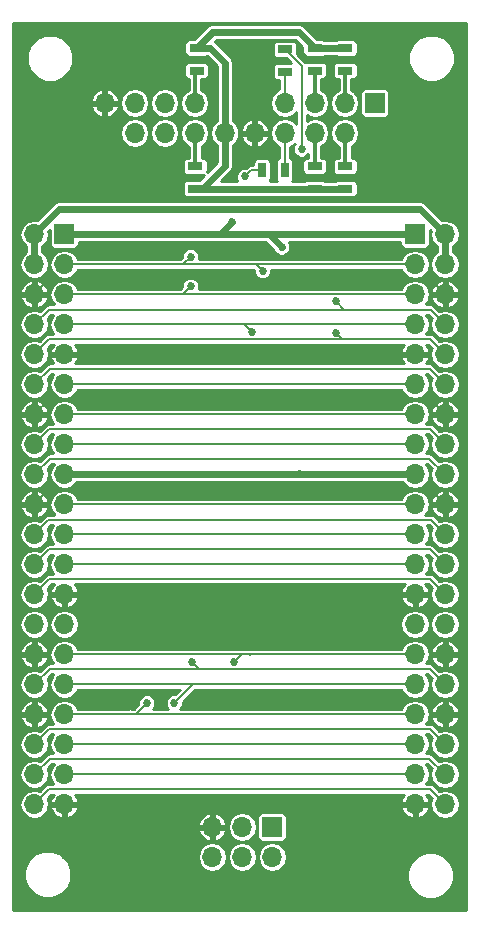
<source format=gbr>
G04 #@! TF.FileFunction,Copper,L1,Top,Signal*
%FSLAX46Y46*%
G04 Gerber Fmt 4.6, Leading zero omitted, Abs format (unit mm)*
G04 Created by KiCad (PCBNEW 4.0.0-rc1-stable) date 19/06/2017 22:48:09*
%MOMM*%
G01*
G04 APERTURE LIST*
%ADD10C,0.076200*%
%ADD11C,0.685800*%
%ADD12R,1.700000X1.700000*%
%ADD13O,1.700000X1.700000*%
%ADD14R,1.300000X0.700000*%
%ADD15R,0.700000X1.300000*%
%ADD16C,0.609600*%
%ADD17C,0.304800*%
%ADD18C,0.152400*%
%ADD19C,0.254000*%
G04 APERTURE END LIST*
D10*
D11*
X195900000Y-99940000D03*
X190820000Y-99940000D03*
X180660000Y-99940000D03*
X170500000Y-99940000D03*
X195900000Y-97400000D03*
X190820000Y-97400000D03*
X180660000Y-97400000D03*
X170500000Y-97400000D03*
X194680000Y-62500000D03*
X169280000Y-62500000D03*
X164200000Y-62500000D03*
X199760000Y-59960000D03*
X194680000Y-59960000D03*
X169280000Y-59960000D03*
X164200000Y-59960000D03*
X199760000Y-57420000D03*
X169280000Y-57420000D03*
X164200000Y-57420000D03*
X184520000Y-54880000D03*
X169280000Y-54880000D03*
X164200000Y-54880000D03*
X194680000Y-52340000D03*
X189600000Y-52340000D03*
X184520000Y-52340000D03*
X179440000Y-52340000D03*
X174360000Y-52340000D03*
X194680000Y-49800000D03*
X189600000Y-49800000D03*
X179440000Y-49800000D03*
X174360000Y-49800000D03*
D12*
X194300000Y-56000000D03*
D13*
X191760000Y-56000000D03*
X191760000Y-58540000D03*
X189220000Y-56000000D03*
X189220000Y-58540000D03*
X186680000Y-56000000D03*
X186680000Y-58540000D03*
X184140000Y-58540000D03*
X181600000Y-58540000D03*
X179060000Y-56000000D03*
X179060000Y-58540000D03*
X176520000Y-56000000D03*
X176520000Y-58540000D03*
X173980000Y-56000000D03*
X173980000Y-58540000D03*
X171440000Y-56000000D03*
D12*
X168000000Y-67100000D03*
D13*
X165460000Y-67100000D03*
X168000000Y-69640000D03*
X165460000Y-69640000D03*
X168000000Y-72180000D03*
X165460000Y-72180000D03*
X168000000Y-74720000D03*
X165460000Y-74720000D03*
X168000000Y-77260000D03*
X165460000Y-77260000D03*
X168000000Y-79800000D03*
X165460000Y-79800000D03*
X168000000Y-82340000D03*
X165460000Y-82340000D03*
X168000000Y-84880000D03*
X165460000Y-84880000D03*
X168000000Y-87420000D03*
X165460000Y-87420000D03*
X168000000Y-89960000D03*
X165460000Y-89960000D03*
X168000000Y-92500000D03*
X165460000Y-92500000D03*
X168000000Y-95040000D03*
X165460000Y-95040000D03*
X168000000Y-97580000D03*
X165460000Y-97580000D03*
X168000000Y-100120000D03*
X165460000Y-100120000D03*
X168000000Y-102660000D03*
X165460000Y-102660000D03*
X168000000Y-105200000D03*
X165460000Y-105200000D03*
X168000000Y-107740000D03*
X165460000Y-107740000D03*
X168000000Y-110280000D03*
X165460000Y-110280000D03*
X168000000Y-112820000D03*
X165460000Y-112820000D03*
X168000000Y-115360000D03*
X165460000Y-115360000D03*
D12*
X197700000Y-67100000D03*
D13*
X200240000Y-67100000D03*
X197700000Y-69640000D03*
X200240000Y-69640000D03*
X197700000Y-72180000D03*
X200240000Y-72180000D03*
X197700000Y-74720000D03*
X200240000Y-74720000D03*
X197700000Y-77260000D03*
X200240000Y-77260000D03*
X197700000Y-79800000D03*
X200240000Y-79800000D03*
X197700000Y-82340000D03*
X200240000Y-82340000D03*
X197700000Y-84880000D03*
X200240000Y-84880000D03*
X197700000Y-87420000D03*
X200240000Y-87420000D03*
X197700000Y-89960000D03*
X200240000Y-89960000D03*
X197700000Y-92500000D03*
X200240000Y-92500000D03*
X197700000Y-95040000D03*
X200240000Y-95040000D03*
X197700000Y-97580000D03*
X200240000Y-97580000D03*
X197700000Y-100120000D03*
X200240000Y-100120000D03*
X197700000Y-102660000D03*
X200240000Y-102660000D03*
X197700000Y-105200000D03*
X200240000Y-105200000D03*
X197700000Y-107740000D03*
X200240000Y-107740000D03*
X197700000Y-110280000D03*
X200240000Y-110280000D03*
X197700000Y-112820000D03*
X200240000Y-112820000D03*
X197700000Y-115360000D03*
X200240000Y-115360000D03*
D12*
X185600000Y-117300000D03*
D13*
X185600000Y-119840000D03*
X183060000Y-117300000D03*
X183060000Y-119840000D03*
X180520000Y-117300000D03*
X180520000Y-119840000D03*
D14*
X179200000Y-51350000D03*
X179200000Y-53250000D03*
X191800000Y-51350000D03*
X191800000Y-53250000D03*
X189200000Y-51350000D03*
X189200000Y-53250000D03*
X191800000Y-63250000D03*
X191800000Y-61350000D03*
X189200000Y-63250000D03*
X189200000Y-61350000D03*
X179100000Y-63250000D03*
X179100000Y-61350000D03*
X186700000Y-53350000D03*
X186700000Y-51450000D03*
D15*
X184750000Y-61700000D03*
X186650000Y-61700000D03*
D11*
X191000000Y-72800000D03*
X188100000Y-59900000D03*
X191000000Y-75500000D03*
X183300000Y-62200000D03*
X188000000Y-87400000D03*
X186400000Y-68200000D03*
X182200000Y-66100000D03*
X178700000Y-71500000D03*
X184800000Y-70200000D03*
X178700000Y-69000000D03*
X178800000Y-103300000D03*
X175000000Y-106800000D03*
X183900000Y-75400000D03*
X182400000Y-103300000D03*
X177300000Y-106800000D03*
D16*
X165460000Y-67100000D02*
X165460000Y-69640000D01*
X200240000Y-67100000D02*
X200240000Y-69640000D01*
X165460000Y-67100000D02*
X167560000Y-65000000D01*
X198140000Y-65000000D02*
X200240000Y-67100000D01*
X167560000Y-65000000D02*
X198140000Y-65000000D01*
D17*
X191800000Y-53250000D02*
X191760000Y-53290000D01*
X191760000Y-53290000D02*
X191760000Y-56000000D01*
D18*
X168000000Y-89960000D02*
X197700000Y-89960000D01*
D17*
X191760000Y-58540000D02*
X191800000Y-58580000D01*
X191800000Y-58580000D02*
X191800000Y-61350000D01*
D18*
X168000000Y-92500000D02*
X197700000Y-92500000D01*
D17*
X189200000Y-53250000D02*
X189220000Y-53270000D01*
X189220000Y-53270000D02*
X189220000Y-56000000D01*
D18*
X168000000Y-95040000D02*
X197700000Y-95040000D01*
D17*
X189220000Y-58540000D02*
X189200000Y-58560000D01*
X189200000Y-58560000D02*
X189200000Y-61350000D01*
D18*
X165460000Y-95040000D02*
X166700000Y-93800000D01*
X166700000Y-93800000D02*
X199000000Y-93800000D01*
X199000000Y-93800000D02*
X200240000Y-95040000D01*
X186700000Y-51450000D02*
X188100000Y-52850000D01*
X191700000Y-73500000D02*
X191900000Y-73500000D01*
X191000000Y-72800000D02*
X191700000Y-73500000D01*
X188100000Y-52850000D02*
X188100000Y-59900000D01*
X165460000Y-74720000D02*
X166680000Y-73500000D01*
X199020000Y-73500000D02*
X200240000Y-74720000D01*
X166680000Y-73500000D02*
X190500000Y-73500000D01*
X190500000Y-73500000D02*
X191900000Y-73500000D01*
X191900000Y-73500000D02*
X199020000Y-73500000D01*
X184750000Y-61700000D02*
X183800000Y-61700000D01*
X191500000Y-76000000D02*
X192400000Y-76000000D01*
X191000000Y-75500000D02*
X191500000Y-76000000D01*
X183800000Y-61700000D02*
X183300000Y-62200000D01*
X165460000Y-77260000D02*
X166720000Y-76000000D01*
X198980000Y-76000000D02*
X200240000Y-77260000D01*
X166720000Y-76000000D02*
X189800000Y-76000000D01*
X189800000Y-76000000D02*
X190300000Y-76000000D01*
X190300000Y-76000000D02*
X192400000Y-76000000D01*
X192400000Y-76000000D02*
X198980000Y-76000000D01*
X165460000Y-89960000D02*
X166720000Y-88700000D01*
X198980000Y-88700000D02*
X200240000Y-89960000D01*
X166720000Y-88700000D02*
X198980000Y-88700000D01*
X165460000Y-82340000D02*
X166600000Y-81200000D01*
X199100000Y-81200000D02*
X200240000Y-82340000D01*
X166600000Y-81200000D02*
X199100000Y-81200000D01*
X165460000Y-72180000D02*
X166740000Y-70900000D01*
X198960000Y-70900000D02*
X200240000Y-72180000D01*
X166740000Y-70900000D02*
X198960000Y-70900000D01*
X168000000Y-115360000D02*
X197700000Y-115360000D01*
D16*
X179100000Y-63250000D02*
X189200000Y-63250000D01*
X179100000Y-63250000D02*
X179650000Y-63250000D01*
X179650000Y-63250000D02*
X181600000Y-61300000D01*
X181600000Y-61300000D02*
X181600000Y-58540000D01*
X179200000Y-51350000D02*
X180550000Y-50000000D01*
X187850000Y-50000000D02*
X189200000Y-51350000D01*
X180550000Y-50000000D02*
X187850000Y-50000000D01*
X184400000Y-67100000D02*
X185300000Y-67100000D01*
X185300000Y-67100000D02*
X186400000Y-68200000D01*
X188000000Y-87400000D02*
X188000000Y-87420000D01*
X188000000Y-87420000D02*
X188000000Y-87400000D01*
X188000000Y-87400000D02*
X188000000Y-87420000D01*
X168000000Y-87420000D02*
X188000000Y-87420000D01*
X188000000Y-87420000D02*
X197700000Y-87420000D01*
X180500000Y-67100000D02*
X181200000Y-67100000D01*
X181200000Y-67100000D02*
X182200000Y-66100000D01*
X189200000Y-51350000D02*
X191800000Y-51350000D01*
X181600000Y-58540000D02*
X181600000Y-52600000D01*
X180350000Y-51350000D02*
X179200000Y-51350000D01*
X181600000Y-52600000D02*
X180350000Y-51350000D01*
X191800000Y-63250000D02*
X189200000Y-63250000D01*
X168000000Y-67100000D02*
X180500000Y-67100000D01*
X180500000Y-67100000D02*
X184400000Y-67100000D01*
X184400000Y-67100000D02*
X197700000Y-67100000D01*
D18*
X177600000Y-72200000D02*
X177600000Y-72180000D01*
X177620000Y-72180000D02*
X177600000Y-72200000D01*
X178020000Y-72180000D02*
X177620000Y-72180000D01*
X178700000Y-71500000D02*
X178020000Y-72180000D01*
D17*
X179200000Y-53250000D02*
X179060000Y-53390000D01*
X179060000Y-53390000D02*
X179060000Y-56000000D01*
D18*
X168000000Y-72180000D02*
X177600000Y-72180000D01*
X177600000Y-72180000D02*
X197700000Y-72180000D01*
X184800000Y-70200000D02*
X184240000Y-69640000D01*
X184240000Y-69640000D02*
X183640000Y-69640000D01*
X178060000Y-69640000D02*
X177440000Y-69640000D01*
X178700000Y-69000000D02*
X178060000Y-69640000D01*
D17*
X179060000Y-58540000D02*
X179100000Y-58580000D01*
X179100000Y-58580000D02*
X179100000Y-61350000D01*
D18*
X168000000Y-69640000D02*
X177400000Y-69640000D01*
X177400000Y-69640000D02*
X183600000Y-69640000D01*
X183600000Y-69640000D02*
X187000000Y-69640000D01*
X187000000Y-69640000D02*
X197700000Y-69640000D01*
X179400000Y-103900000D02*
X180300000Y-103900000D01*
X178800000Y-103300000D02*
X179400000Y-103900000D01*
X165460000Y-105200000D02*
X166760000Y-103900000D01*
X198940000Y-103900000D02*
X200240000Y-105200000D01*
X166760000Y-103900000D02*
X180300000Y-103900000D01*
X180300000Y-103900000D02*
X198940000Y-103900000D01*
X173600000Y-107700000D02*
X173600000Y-107740000D01*
X173640000Y-107740000D02*
X173600000Y-107700000D01*
X174060000Y-107740000D02*
X173640000Y-107740000D01*
X175000000Y-106800000D02*
X174060000Y-107740000D01*
X168000000Y-107740000D02*
X173600000Y-107740000D01*
X173600000Y-107740000D02*
X197700000Y-107740000D01*
X165460000Y-110280000D02*
X166740000Y-109000000D01*
X198960000Y-109000000D02*
X200240000Y-110280000D01*
X166740000Y-109000000D02*
X198960000Y-109000000D01*
X168000000Y-79800000D02*
X197700000Y-79800000D01*
X183900000Y-75400000D02*
X183220000Y-74720000D01*
X183220000Y-74720000D02*
X182920000Y-74720000D01*
X182920000Y-74720000D02*
X182900000Y-74700000D01*
X182900000Y-74720000D02*
X182900000Y-74700000D01*
X168000000Y-74720000D02*
X182900000Y-74720000D01*
X182900000Y-74720000D02*
X186800000Y-74720000D01*
X186800000Y-74720000D02*
X197700000Y-74720000D01*
X165460000Y-79800000D02*
X166760000Y-78500000D01*
X198940000Y-78500000D02*
X200240000Y-79800000D01*
X166760000Y-78500000D02*
X198940000Y-78500000D01*
X168000000Y-82340000D02*
X197700000Y-82340000D01*
X168000000Y-84880000D02*
X197700000Y-84880000D01*
X165460000Y-84880000D02*
X166740000Y-83600000D01*
X198960000Y-83600000D02*
X200240000Y-84880000D01*
X166740000Y-83600000D02*
X198960000Y-83600000D01*
X165460000Y-87420000D02*
X166780000Y-86100000D01*
X198920000Y-86100000D02*
X200240000Y-87420000D01*
X166780000Y-86100000D02*
X198920000Y-86100000D01*
X165460000Y-92500000D02*
X166660000Y-91300000D01*
X199040000Y-91300000D02*
X200240000Y-92500000D01*
X166660000Y-91300000D02*
X199040000Y-91300000D01*
X165460000Y-97580000D02*
X166740000Y-96300000D01*
X198960000Y-96300000D02*
X200240000Y-97580000D01*
X166740000Y-96300000D02*
X198960000Y-96300000D01*
X182400000Y-103300000D02*
X183040000Y-102660000D01*
X183040000Y-102660000D02*
X183660000Y-102660000D01*
X183660000Y-102660000D02*
X183700000Y-102700000D01*
X183700000Y-102700000D02*
X183700000Y-102660000D01*
X168000000Y-102660000D02*
X183700000Y-102660000D01*
X183700000Y-102660000D02*
X197700000Y-102660000D01*
X177300000Y-106800000D02*
X178900000Y-105200000D01*
X178900000Y-105200000D02*
X179500000Y-105200000D01*
X168000000Y-105200000D02*
X179500000Y-105200000D01*
X179500000Y-105200000D02*
X197700000Y-105200000D01*
X168000000Y-110280000D02*
X197700000Y-110280000D01*
X168000000Y-112820000D02*
X197700000Y-112820000D01*
X165460000Y-112820000D02*
X166780000Y-111500000D01*
X198920000Y-111500000D02*
X200240000Y-112820000D01*
X166780000Y-111500000D02*
X198920000Y-111500000D01*
X165460000Y-115360000D02*
X166720000Y-114100000D01*
X198980000Y-114100000D02*
X200240000Y-115360000D01*
X166720000Y-114100000D02*
X198980000Y-114100000D01*
X186700000Y-53350000D02*
X186680000Y-53370000D01*
X186680000Y-53370000D02*
X186680000Y-56000000D01*
X186680000Y-58540000D02*
X186680000Y-61670000D01*
X186680000Y-61670000D02*
X186650000Y-61700000D01*
D19*
G36*
X202044000Y-124344000D02*
X163656000Y-124344000D01*
X163656000Y-121692316D01*
X164618657Y-121692316D01*
X164919611Y-122420680D01*
X165476389Y-122978431D01*
X166204226Y-123280655D01*
X166992316Y-123281343D01*
X167720680Y-122980389D01*
X168278431Y-122423611D01*
X168540567Y-121792316D01*
X197018657Y-121792316D01*
X197319611Y-122520680D01*
X197876389Y-123078431D01*
X198604226Y-123380655D01*
X199392316Y-123381343D01*
X200120680Y-123080389D01*
X200678431Y-122523611D01*
X200980655Y-121795774D01*
X200981343Y-121007684D01*
X200680389Y-120279320D01*
X200123611Y-119721569D01*
X199395774Y-119419345D01*
X198607684Y-119418657D01*
X197879320Y-119719611D01*
X197321569Y-120276389D01*
X197019345Y-121004226D01*
X197018657Y-121792316D01*
X168540567Y-121792316D01*
X168580655Y-121695774D01*
X168581343Y-120907684D01*
X168280389Y-120179320D01*
X167917587Y-119815883D01*
X179289000Y-119815883D01*
X179289000Y-119864117D01*
X179382704Y-120335200D01*
X179649552Y-120734565D01*
X180048917Y-121001413D01*
X180520000Y-121095117D01*
X180991083Y-121001413D01*
X181390448Y-120734565D01*
X181657296Y-120335200D01*
X181751000Y-119864117D01*
X181751000Y-119815883D01*
X181829000Y-119815883D01*
X181829000Y-119864117D01*
X181922704Y-120335200D01*
X182189552Y-120734565D01*
X182588917Y-121001413D01*
X183060000Y-121095117D01*
X183531083Y-121001413D01*
X183930448Y-120734565D01*
X184197296Y-120335200D01*
X184291000Y-119864117D01*
X184291000Y-119815883D01*
X184369000Y-119815883D01*
X184369000Y-119864117D01*
X184462704Y-120335200D01*
X184729552Y-120734565D01*
X185128917Y-121001413D01*
X185600000Y-121095117D01*
X186071083Y-121001413D01*
X186470448Y-120734565D01*
X186737296Y-120335200D01*
X186831000Y-119864117D01*
X186831000Y-119815883D01*
X186737296Y-119344800D01*
X186470448Y-118945435D01*
X186071083Y-118678587D01*
X185600000Y-118584883D01*
X185128917Y-118678587D01*
X184729552Y-118945435D01*
X184462704Y-119344800D01*
X184369000Y-119815883D01*
X184291000Y-119815883D01*
X184197296Y-119344800D01*
X183930448Y-118945435D01*
X183531083Y-118678587D01*
X183060000Y-118584883D01*
X182588917Y-118678587D01*
X182189552Y-118945435D01*
X181922704Y-119344800D01*
X181829000Y-119815883D01*
X181751000Y-119815883D01*
X181657296Y-119344800D01*
X181390448Y-118945435D01*
X180991083Y-118678587D01*
X180520000Y-118584883D01*
X180048917Y-118678587D01*
X179649552Y-118945435D01*
X179382704Y-119344800D01*
X179289000Y-119815883D01*
X167917587Y-119815883D01*
X167723611Y-119621569D01*
X166995774Y-119319345D01*
X166207684Y-119318657D01*
X165479320Y-119619611D01*
X164921569Y-120176389D01*
X164619345Y-120904226D01*
X164618657Y-121692316D01*
X163656000Y-121692316D01*
X163656000Y-117616982D01*
X179330499Y-117616982D01*
X179542348Y-118048056D01*
X179903036Y-118365245D01*
X180203020Y-118489489D01*
X180393000Y-118428627D01*
X180393000Y-117427000D01*
X180647000Y-117427000D01*
X180647000Y-118428627D01*
X180836980Y-118489489D01*
X181136964Y-118365245D01*
X181497652Y-118048056D01*
X181709501Y-117616982D01*
X181649193Y-117427000D01*
X180647000Y-117427000D01*
X180393000Y-117427000D01*
X179390807Y-117427000D01*
X179330499Y-117616982D01*
X163656000Y-117616982D01*
X163656000Y-117275883D01*
X181829000Y-117275883D01*
X181829000Y-117324117D01*
X181922704Y-117795200D01*
X182189552Y-118194565D01*
X182588917Y-118461413D01*
X183060000Y-118555117D01*
X183531083Y-118461413D01*
X183930448Y-118194565D01*
X184197296Y-117795200D01*
X184291000Y-117324117D01*
X184291000Y-117275883D01*
X184197296Y-116804800D01*
X183960226Y-116450000D01*
X184361536Y-116450000D01*
X184361536Y-118150000D01*
X184388103Y-118291190D01*
X184471546Y-118420865D01*
X184598866Y-118507859D01*
X184750000Y-118538464D01*
X186450000Y-118538464D01*
X186591190Y-118511897D01*
X186720865Y-118428454D01*
X186807859Y-118301134D01*
X186838464Y-118150000D01*
X186838464Y-116450000D01*
X186811897Y-116308810D01*
X186728454Y-116179135D01*
X186601134Y-116092141D01*
X186450000Y-116061536D01*
X184750000Y-116061536D01*
X184608810Y-116088103D01*
X184479135Y-116171546D01*
X184392141Y-116298866D01*
X184361536Y-116450000D01*
X183960226Y-116450000D01*
X183930448Y-116405435D01*
X183531083Y-116138587D01*
X183060000Y-116044883D01*
X182588917Y-116138587D01*
X182189552Y-116405435D01*
X181922704Y-116804800D01*
X181829000Y-117275883D01*
X163656000Y-117275883D01*
X163656000Y-116983018D01*
X179330499Y-116983018D01*
X179390807Y-117173000D01*
X180393000Y-117173000D01*
X180393000Y-116171373D01*
X180647000Y-116171373D01*
X180647000Y-117173000D01*
X181649193Y-117173000D01*
X181709501Y-116983018D01*
X181497652Y-116551944D01*
X181136964Y-116234755D01*
X180836980Y-116110511D01*
X180647000Y-116171373D01*
X180393000Y-116171373D01*
X180203020Y-116110511D01*
X179903036Y-116234755D01*
X179542348Y-116551944D01*
X179330499Y-116983018D01*
X163656000Y-116983018D01*
X163656000Y-108056980D01*
X164270511Y-108056980D01*
X164394755Y-108356964D01*
X164711944Y-108717652D01*
X165143018Y-108929501D01*
X165333000Y-108869193D01*
X165333000Y-107867000D01*
X165587000Y-107867000D01*
X165587000Y-108869193D01*
X165776982Y-108929501D01*
X166208056Y-108717652D01*
X166525245Y-108356964D01*
X166649489Y-108056980D01*
X166588627Y-107867000D01*
X165587000Y-107867000D01*
X165333000Y-107867000D01*
X164331373Y-107867000D01*
X164270511Y-108056980D01*
X163656000Y-108056980D01*
X163656000Y-107423020D01*
X164270511Y-107423020D01*
X164331373Y-107613000D01*
X165333000Y-107613000D01*
X165333000Y-106610807D01*
X165587000Y-106610807D01*
X165587000Y-107613000D01*
X166588627Y-107613000D01*
X166649489Y-107423020D01*
X166525245Y-107123036D01*
X166208056Y-106762348D01*
X165776982Y-106550499D01*
X165587000Y-106610807D01*
X165333000Y-106610807D01*
X165143018Y-106550499D01*
X164711944Y-106762348D01*
X164394755Y-107123036D01*
X164270511Y-107423020D01*
X163656000Y-107423020D01*
X163656000Y-105200000D01*
X164204883Y-105200000D01*
X164298587Y-105671083D01*
X164565435Y-106070448D01*
X164964800Y-106337296D01*
X165435883Y-106431000D01*
X165484117Y-106431000D01*
X165955200Y-106337296D01*
X166354565Y-106070448D01*
X166621413Y-105671083D01*
X166715117Y-105200000D01*
X166621413Y-104728917D01*
X166603888Y-104702690D01*
X166949378Y-104357200D01*
X167086961Y-104357200D01*
X166838587Y-104728917D01*
X166744883Y-105200000D01*
X166838587Y-105671083D01*
X167105435Y-106070448D01*
X167504800Y-106337296D01*
X167975883Y-106431000D01*
X168024117Y-106431000D01*
X168495200Y-106337296D01*
X168894565Y-106070448D01*
X169161413Y-105671083D01*
X169164174Y-105657200D01*
X177796222Y-105657200D01*
X177377255Y-106076167D01*
X177156639Y-106075975D01*
X176890479Y-106185950D01*
X176686665Y-106389408D01*
X176576226Y-106655376D01*
X176575975Y-106943361D01*
X176685950Y-107209521D01*
X176759101Y-107282800D01*
X175541001Y-107282800D01*
X175613335Y-107210592D01*
X175723774Y-106944624D01*
X175724025Y-106656639D01*
X175614050Y-106390479D01*
X175410592Y-106186665D01*
X175144624Y-106076226D01*
X174856639Y-106075975D01*
X174590479Y-106185950D01*
X174386665Y-106389408D01*
X174276226Y-106655376D01*
X174276032Y-106877390D01*
X173870622Y-107282800D01*
X173782742Y-107282800D01*
X173774963Y-107277602D01*
X173600000Y-107242800D01*
X173425037Y-107277602D01*
X173417258Y-107282800D01*
X169164174Y-107282800D01*
X169161413Y-107268917D01*
X168894565Y-106869552D01*
X168495200Y-106602704D01*
X168024117Y-106509000D01*
X167975883Y-106509000D01*
X167504800Y-106602704D01*
X167105435Y-106869552D01*
X166838587Y-107268917D01*
X166744883Y-107740000D01*
X166838587Y-108211083D01*
X167060234Y-108542800D01*
X166740000Y-108542800D01*
X166565037Y-108577602D01*
X166416711Y-108676711D01*
X165951462Y-109141960D01*
X165484117Y-109049000D01*
X165435883Y-109049000D01*
X164964800Y-109142704D01*
X164565435Y-109409552D01*
X164298587Y-109808917D01*
X164204883Y-110280000D01*
X164298587Y-110751083D01*
X164565435Y-111150448D01*
X164964800Y-111417296D01*
X165435883Y-111511000D01*
X165484117Y-111511000D01*
X165955200Y-111417296D01*
X166354565Y-111150448D01*
X166621413Y-110751083D01*
X166715117Y-110280000D01*
X166621413Y-109808917D01*
X166603888Y-109782690D01*
X166929378Y-109457200D01*
X167073598Y-109457200D01*
X166838587Y-109808917D01*
X166744883Y-110280000D01*
X166838587Y-110751083D01*
X167033507Y-111042800D01*
X166780000Y-111042800D01*
X166605037Y-111077602D01*
X166456711Y-111176711D01*
X165951462Y-111681960D01*
X165484117Y-111589000D01*
X165435883Y-111589000D01*
X164964800Y-111682704D01*
X164565435Y-111949552D01*
X164298587Y-112348917D01*
X164204883Y-112820000D01*
X164298587Y-113291083D01*
X164565435Y-113690448D01*
X164964800Y-113957296D01*
X165435883Y-114051000D01*
X165484117Y-114051000D01*
X165955200Y-113957296D01*
X166354565Y-113690448D01*
X166621413Y-113291083D01*
X166715117Y-112820000D01*
X166621413Y-112348917D01*
X166603888Y-112322690D01*
X166969378Y-111957200D01*
X167100325Y-111957200D01*
X166838587Y-112348917D01*
X166744883Y-112820000D01*
X166838587Y-113291083D01*
X167073598Y-113642800D01*
X166720000Y-113642800D01*
X166545037Y-113677602D01*
X166396711Y-113776711D01*
X165951462Y-114221960D01*
X165484117Y-114129000D01*
X165435883Y-114129000D01*
X164964800Y-114222704D01*
X164565435Y-114489552D01*
X164298587Y-114888917D01*
X164204883Y-115360000D01*
X164298587Y-115831083D01*
X164565435Y-116230448D01*
X164964800Y-116497296D01*
X165435883Y-116591000D01*
X165484117Y-116591000D01*
X165955200Y-116497296D01*
X166354565Y-116230448D01*
X166621413Y-115831083D01*
X166652065Y-115676980D01*
X166810511Y-115676980D01*
X166934755Y-115976964D01*
X167251944Y-116337652D01*
X167683018Y-116549501D01*
X167873000Y-116489193D01*
X167873000Y-115487000D01*
X168127000Y-115487000D01*
X168127000Y-116489193D01*
X168316982Y-116549501D01*
X168748056Y-116337652D01*
X169065245Y-115976964D01*
X169189489Y-115676980D01*
X196510511Y-115676980D01*
X196634755Y-115976964D01*
X196951944Y-116337652D01*
X197383018Y-116549501D01*
X197573000Y-116489193D01*
X197573000Y-115487000D01*
X197827000Y-115487000D01*
X197827000Y-116489193D01*
X198016982Y-116549501D01*
X198448056Y-116337652D01*
X198765245Y-115976964D01*
X198889489Y-115676980D01*
X198828627Y-115487000D01*
X197827000Y-115487000D01*
X197573000Y-115487000D01*
X196571373Y-115487000D01*
X196510511Y-115676980D01*
X169189489Y-115676980D01*
X169128627Y-115487000D01*
X168127000Y-115487000D01*
X167873000Y-115487000D01*
X166871373Y-115487000D01*
X166810511Y-115676980D01*
X166652065Y-115676980D01*
X166715117Y-115360000D01*
X166621413Y-114888917D01*
X166603888Y-114862690D01*
X166909378Y-114557200D01*
X167098179Y-114557200D01*
X166934755Y-114743036D01*
X166810511Y-115043020D01*
X166871373Y-115233000D01*
X167873000Y-115233000D01*
X167873000Y-115213000D01*
X168127000Y-115213000D01*
X168127000Y-115233000D01*
X169128627Y-115233000D01*
X169189489Y-115043020D01*
X169065245Y-114743036D01*
X168901821Y-114557200D01*
X196798179Y-114557200D01*
X196634755Y-114743036D01*
X196510511Y-115043020D01*
X196571373Y-115233000D01*
X197573000Y-115233000D01*
X197573000Y-115213000D01*
X197827000Y-115213000D01*
X197827000Y-115233000D01*
X198828627Y-115233000D01*
X198889489Y-115043020D01*
X198765245Y-114743036D01*
X198601821Y-114557200D01*
X198790622Y-114557200D01*
X199096112Y-114862690D01*
X199078587Y-114888917D01*
X198984883Y-115360000D01*
X199078587Y-115831083D01*
X199345435Y-116230448D01*
X199744800Y-116497296D01*
X200215883Y-116591000D01*
X200264117Y-116591000D01*
X200735200Y-116497296D01*
X201134565Y-116230448D01*
X201401413Y-115831083D01*
X201495117Y-115360000D01*
X201401413Y-114888917D01*
X201134565Y-114489552D01*
X200735200Y-114222704D01*
X200264117Y-114129000D01*
X200215883Y-114129000D01*
X199748538Y-114221960D01*
X199303289Y-113776711D01*
X199154963Y-113677602D01*
X198980000Y-113642800D01*
X198626402Y-113642800D01*
X198861413Y-113291083D01*
X198955117Y-112820000D01*
X198861413Y-112348917D01*
X198599675Y-111957200D01*
X198730622Y-111957200D01*
X199096112Y-112322690D01*
X199078587Y-112348917D01*
X198984883Y-112820000D01*
X199078587Y-113291083D01*
X199345435Y-113690448D01*
X199744800Y-113957296D01*
X200215883Y-114051000D01*
X200264117Y-114051000D01*
X200735200Y-113957296D01*
X201134565Y-113690448D01*
X201401413Y-113291083D01*
X201495117Y-112820000D01*
X201401413Y-112348917D01*
X201134565Y-111949552D01*
X200735200Y-111682704D01*
X200264117Y-111589000D01*
X200215883Y-111589000D01*
X199748538Y-111681960D01*
X199243289Y-111176711D01*
X199094963Y-111077602D01*
X198920000Y-111042800D01*
X198666493Y-111042800D01*
X198861413Y-110751083D01*
X198955117Y-110280000D01*
X198861413Y-109808917D01*
X198626402Y-109457200D01*
X198770622Y-109457200D01*
X199096112Y-109782690D01*
X199078587Y-109808917D01*
X198984883Y-110280000D01*
X199078587Y-110751083D01*
X199345435Y-111150448D01*
X199744800Y-111417296D01*
X200215883Y-111511000D01*
X200264117Y-111511000D01*
X200735200Y-111417296D01*
X201134565Y-111150448D01*
X201401413Y-110751083D01*
X201495117Y-110280000D01*
X201401413Y-109808917D01*
X201134565Y-109409552D01*
X200735200Y-109142704D01*
X200264117Y-109049000D01*
X200215883Y-109049000D01*
X199748538Y-109141960D01*
X199283289Y-108676711D01*
X199134963Y-108577602D01*
X198960000Y-108542800D01*
X198639766Y-108542800D01*
X198861413Y-108211083D01*
X198892065Y-108056980D01*
X199050511Y-108056980D01*
X199174755Y-108356964D01*
X199491944Y-108717652D01*
X199923018Y-108929501D01*
X200113000Y-108869193D01*
X200113000Y-107867000D01*
X200367000Y-107867000D01*
X200367000Y-108869193D01*
X200556982Y-108929501D01*
X200988056Y-108717652D01*
X201305245Y-108356964D01*
X201429489Y-108056980D01*
X201368627Y-107867000D01*
X200367000Y-107867000D01*
X200113000Y-107867000D01*
X199111373Y-107867000D01*
X199050511Y-108056980D01*
X198892065Y-108056980D01*
X198955117Y-107740000D01*
X198892066Y-107423020D01*
X199050511Y-107423020D01*
X199111373Y-107613000D01*
X200113000Y-107613000D01*
X200113000Y-106610807D01*
X200367000Y-106610807D01*
X200367000Y-107613000D01*
X201368627Y-107613000D01*
X201429489Y-107423020D01*
X201305245Y-107123036D01*
X200988056Y-106762348D01*
X200556982Y-106550499D01*
X200367000Y-106610807D01*
X200113000Y-106610807D01*
X199923018Y-106550499D01*
X199491944Y-106762348D01*
X199174755Y-107123036D01*
X199050511Y-107423020D01*
X198892066Y-107423020D01*
X198861413Y-107268917D01*
X198594565Y-106869552D01*
X198195200Y-106602704D01*
X197724117Y-106509000D01*
X197675883Y-106509000D01*
X197204800Y-106602704D01*
X196805435Y-106869552D01*
X196538587Y-107268917D01*
X196535826Y-107282800D01*
X177841001Y-107282800D01*
X177913335Y-107210592D01*
X178023774Y-106944624D01*
X178023968Y-106722610D01*
X179089378Y-105657200D01*
X196535826Y-105657200D01*
X196538587Y-105671083D01*
X196805435Y-106070448D01*
X197204800Y-106337296D01*
X197675883Y-106431000D01*
X197724117Y-106431000D01*
X198195200Y-106337296D01*
X198594565Y-106070448D01*
X198861413Y-105671083D01*
X198955117Y-105200000D01*
X198861413Y-104728917D01*
X198613039Y-104357200D01*
X198750622Y-104357200D01*
X199096112Y-104702690D01*
X199078587Y-104728917D01*
X198984883Y-105200000D01*
X199078587Y-105671083D01*
X199345435Y-106070448D01*
X199744800Y-106337296D01*
X200215883Y-106431000D01*
X200264117Y-106431000D01*
X200735200Y-106337296D01*
X201134565Y-106070448D01*
X201401413Y-105671083D01*
X201495117Y-105200000D01*
X201401413Y-104728917D01*
X201134565Y-104329552D01*
X200735200Y-104062704D01*
X200264117Y-103969000D01*
X200215883Y-103969000D01*
X199748538Y-104061960D01*
X199263289Y-103576711D01*
X199114963Y-103477602D01*
X198940000Y-103442800D01*
X198653130Y-103442800D01*
X198861413Y-103131083D01*
X198892065Y-102976980D01*
X199050511Y-102976980D01*
X199174755Y-103276964D01*
X199491944Y-103637652D01*
X199923018Y-103849501D01*
X200113000Y-103789193D01*
X200113000Y-102787000D01*
X200367000Y-102787000D01*
X200367000Y-103789193D01*
X200556982Y-103849501D01*
X200988056Y-103637652D01*
X201305245Y-103276964D01*
X201429489Y-102976980D01*
X201368627Y-102787000D01*
X200367000Y-102787000D01*
X200113000Y-102787000D01*
X199111373Y-102787000D01*
X199050511Y-102976980D01*
X198892065Y-102976980D01*
X198955117Y-102660000D01*
X198892066Y-102343020D01*
X199050511Y-102343020D01*
X199111373Y-102533000D01*
X200113000Y-102533000D01*
X200113000Y-101530807D01*
X200367000Y-101530807D01*
X200367000Y-102533000D01*
X201368627Y-102533000D01*
X201429489Y-102343020D01*
X201305245Y-102043036D01*
X200988056Y-101682348D01*
X200556982Y-101470499D01*
X200367000Y-101530807D01*
X200113000Y-101530807D01*
X199923018Y-101470499D01*
X199491944Y-101682348D01*
X199174755Y-102043036D01*
X199050511Y-102343020D01*
X198892066Y-102343020D01*
X198861413Y-102188917D01*
X198594565Y-101789552D01*
X198195200Y-101522704D01*
X197724117Y-101429000D01*
X197675883Y-101429000D01*
X197204800Y-101522704D01*
X196805435Y-101789552D01*
X196538587Y-102188917D01*
X196535826Y-102202800D01*
X169164174Y-102202800D01*
X169161413Y-102188917D01*
X168894565Y-101789552D01*
X168495200Y-101522704D01*
X168024117Y-101429000D01*
X167975883Y-101429000D01*
X167504800Y-101522704D01*
X167105435Y-101789552D01*
X166838587Y-102188917D01*
X166744883Y-102660000D01*
X166838587Y-103131083D01*
X167046870Y-103442800D01*
X166760000Y-103442800D01*
X166585037Y-103477602D01*
X166436711Y-103576711D01*
X165951462Y-104061960D01*
X165484117Y-103969000D01*
X165435883Y-103969000D01*
X164964800Y-104062704D01*
X164565435Y-104329552D01*
X164298587Y-104728917D01*
X164204883Y-105200000D01*
X163656000Y-105200000D01*
X163656000Y-102976980D01*
X164270511Y-102976980D01*
X164394755Y-103276964D01*
X164711944Y-103637652D01*
X165143018Y-103849501D01*
X165333000Y-103789193D01*
X165333000Y-102787000D01*
X165587000Y-102787000D01*
X165587000Y-103789193D01*
X165776982Y-103849501D01*
X166208056Y-103637652D01*
X166525245Y-103276964D01*
X166649489Y-102976980D01*
X166588627Y-102787000D01*
X165587000Y-102787000D01*
X165333000Y-102787000D01*
X164331373Y-102787000D01*
X164270511Y-102976980D01*
X163656000Y-102976980D01*
X163656000Y-102343020D01*
X164270511Y-102343020D01*
X164331373Y-102533000D01*
X165333000Y-102533000D01*
X165333000Y-101530807D01*
X165587000Y-101530807D01*
X165587000Y-102533000D01*
X166588627Y-102533000D01*
X166649489Y-102343020D01*
X166525245Y-102043036D01*
X166208056Y-101682348D01*
X165776982Y-101470499D01*
X165587000Y-101530807D01*
X165333000Y-101530807D01*
X165143018Y-101470499D01*
X164711944Y-101682348D01*
X164394755Y-102043036D01*
X164270511Y-102343020D01*
X163656000Y-102343020D01*
X163656000Y-100120000D01*
X164204883Y-100120000D01*
X164298587Y-100591083D01*
X164565435Y-100990448D01*
X164964800Y-101257296D01*
X165435883Y-101351000D01*
X165484117Y-101351000D01*
X165955200Y-101257296D01*
X166354565Y-100990448D01*
X166621413Y-100591083D01*
X166715117Y-100120000D01*
X166744883Y-100120000D01*
X166838587Y-100591083D01*
X167105435Y-100990448D01*
X167504800Y-101257296D01*
X167975883Y-101351000D01*
X168024117Y-101351000D01*
X168495200Y-101257296D01*
X168894565Y-100990448D01*
X169161413Y-100591083D01*
X169255117Y-100120000D01*
X196444883Y-100120000D01*
X196538587Y-100591083D01*
X196805435Y-100990448D01*
X197204800Y-101257296D01*
X197675883Y-101351000D01*
X197724117Y-101351000D01*
X198195200Y-101257296D01*
X198594565Y-100990448D01*
X198861413Y-100591083D01*
X198955117Y-100120000D01*
X198984883Y-100120000D01*
X199078587Y-100591083D01*
X199345435Y-100990448D01*
X199744800Y-101257296D01*
X200215883Y-101351000D01*
X200264117Y-101351000D01*
X200735200Y-101257296D01*
X201134565Y-100990448D01*
X201401413Y-100591083D01*
X201495117Y-100120000D01*
X201401413Y-99648917D01*
X201134565Y-99249552D01*
X200735200Y-98982704D01*
X200264117Y-98889000D01*
X200215883Y-98889000D01*
X199744800Y-98982704D01*
X199345435Y-99249552D01*
X199078587Y-99648917D01*
X198984883Y-100120000D01*
X198955117Y-100120000D01*
X198861413Y-99648917D01*
X198594565Y-99249552D01*
X198195200Y-98982704D01*
X197724117Y-98889000D01*
X197675883Y-98889000D01*
X197204800Y-98982704D01*
X196805435Y-99249552D01*
X196538587Y-99648917D01*
X196444883Y-100120000D01*
X169255117Y-100120000D01*
X169161413Y-99648917D01*
X168894565Y-99249552D01*
X168495200Y-98982704D01*
X168024117Y-98889000D01*
X167975883Y-98889000D01*
X167504800Y-98982704D01*
X167105435Y-99249552D01*
X166838587Y-99648917D01*
X166744883Y-100120000D01*
X166715117Y-100120000D01*
X166621413Y-99648917D01*
X166354565Y-99249552D01*
X165955200Y-98982704D01*
X165484117Y-98889000D01*
X165435883Y-98889000D01*
X164964800Y-98982704D01*
X164565435Y-99249552D01*
X164298587Y-99648917D01*
X164204883Y-100120000D01*
X163656000Y-100120000D01*
X163656000Y-92500000D01*
X164204883Y-92500000D01*
X164298587Y-92971083D01*
X164565435Y-93370448D01*
X164964800Y-93637296D01*
X165435883Y-93731000D01*
X165484117Y-93731000D01*
X165955200Y-93637296D01*
X166354565Y-93370448D01*
X166621413Y-92971083D01*
X166715117Y-92500000D01*
X166621413Y-92028917D01*
X166603888Y-92002690D01*
X166849378Y-91757200D01*
X167020143Y-91757200D01*
X166838587Y-92028917D01*
X166744883Y-92500000D01*
X166838587Y-92971083D01*
X167086961Y-93342800D01*
X166700000Y-93342800D01*
X166525037Y-93377602D01*
X166376711Y-93476711D01*
X165951462Y-93901960D01*
X165484117Y-93809000D01*
X165435883Y-93809000D01*
X164964800Y-93902704D01*
X164565435Y-94169552D01*
X164298587Y-94568917D01*
X164204883Y-95040000D01*
X164298587Y-95511083D01*
X164565435Y-95910448D01*
X164964800Y-96177296D01*
X165435883Y-96271000D01*
X165484117Y-96271000D01*
X165955200Y-96177296D01*
X166354565Y-95910448D01*
X166621413Y-95511083D01*
X166715117Y-95040000D01*
X166621413Y-94568917D01*
X166603888Y-94542690D01*
X166889378Y-94257200D01*
X167046870Y-94257200D01*
X166838587Y-94568917D01*
X166744883Y-95040000D01*
X166838587Y-95511083D01*
X167060234Y-95842800D01*
X166740000Y-95842800D01*
X166565037Y-95877602D01*
X166416711Y-95976711D01*
X165951462Y-96441960D01*
X165484117Y-96349000D01*
X165435883Y-96349000D01*
X164964800Y-96442704D01*
X164565435Y-96709552D01*
X164298587Y-97108917D01*
X164204883Y-97580000D01*
X164298587Y-98051083D01*
X164565435Y-98450448D01*
X164964800Y-98717296D01*
X165435883Y-98811000D01*
X165484117Y-98811000D01*
X165955200Y-98717296D01*
X166354565Y-98450448D01*
X166621413Y-98051083D01*
X166652065Y-97896980D01*
X166810511Y-97896980D01*
X166934755Y-98196964D01*
X167251944Y-98557652D01*
X167683018Y-98769501D01*
X167873000Y-98709193D01*
X167873000Y-97707000D01*
X168127000Y-97707000D01*
X168127000Y-98709193D01*
X168316982Y-98769501D01*
X168748056Y-98557652D01*
X169065245Y-98196964D01*
X169189489Y-97896980D01*
X196510511Y-97896980D01*
X196634755Y-98196964D01*
X196951944Y-98557652D01*
X197383018Y-98769501D01*
X197573000Y-98709193D01*
X197573000Y-97707000D01*
X197827000Y-97707000D01*
X197827000Y-98709193D01*
X198016982Y-98769501D01*
X198448056Y-98557652D01*
X198765245Y-98196964D01*
X198889489Y-97896980D01*
X198828627Y-97707000D01*
X197827000Y-97707000D01*
X197573000Y-97707000D01*
X196571373Y-97707000D01*
X196510511Y-97896980D01*
X169189489Y-97896980D01*
X169128627Y-97707000D01*
X168127000Y-97707000D01*
X167873000Y-97707000D01*
X166871373Y-97707000D01*
X166810511Y-97896980D01*
X166652065Y-97896980D01*
X166715117Y-97580000D01*
X166621413Y-97108917D01*
X166603888Y-97082690D01*
X166929378Y-96757200D01*
X167115767Y-96757200D01*
X166934755Y-96963036D01*
X166810511Y-97263020D01*
X166871373Y-97453000D01*
X167873000Y-97453000D01*
X167873000Y-97433000D01*
X168127000Y-97433000D01*
X168127000Y-97453000D01*
X169128627Y-97453000D01*
X169189489Y-97263020D01*
X169065245Y-96963036D01*
X168884233Y-96757200D01*
X196815767Y-96757200D01*
X196634755Y-96963036D01*
X196510511Y-97263020D01*
X196571373Y-97453000D01*
X197573000Y-97453000D01*
X197573000Y-97433000D01*
X197827000Y-97433000D01*
X197827000Y-97453000D01*
X198828627Y-97453000D01*
X198889489Y-97263020D01*
X198765245Y-96963036D01*
X198584233Y-96757200D01*
X198770622Y-96757200D01*
X199096112Y-97082690D01*
X199078587Y-97108917D01*
X198984883Y-97580000D01*
X199078587Y-98051083D01*
X199345435Y-98450448D01*
X199744800Y-98717296D01*
X200215883Y-98811000D01*
X200264117Y-98811000D01*
X200735200Y-98717296D01*
X201134565Y-98450448D01*
X201401413Y-98051083D01*
X201495117Y-97580000D01*
X201401413Y-97108917D01*
X201134565Y-96709552D01*
X200735200Y-96442704D01*
X200264117Y-96349000D01*
X200215883Y-96349000D01*
X199748538Y-96441960D01*
X199283289Y-95976711D01*
X199134963Y-95877602D01*
X198960000Y-95842800D01*
X198639766Y-95842800D01*
X198861413Y-95511083D01*
X198955117Y-95040000D01*
X198861413Y-94568917D01*
X198653130Y-94257200D01*
X198810622Y-94257200D01*
X199096112Y-94542690D01*
X199078587Y-94568917D01*
X198984883Y-95040000D01*
X199078587Y-95511083D01*
X199345435Y-95910448D01*
X199744800Y-96177296D01*
X200215883Y-96271000D01*
X200264117Y-96271000D01*
X200735200Y-96177296D01*
X201134565Y-95910448D01*
X201401413Y-95511083D01*
X201495117Y-95040000D01*
X201401413Y-94568917D01*
X201134565Y-94169552D01*
X200735200Y-93902704D01*
X200264117Y-93809000D01*
X200215883Y-93809000D01*
X199748538Y-93901960D01*
X199323289Y-93476711D01*
X199174963Y-93377602D01*
X199000000Y-93342800D01*
X198613039Y-93342800D01*
X198861413Y-92971083D01*
X198955117Y-92500000D01*
X198861413Y-92028917D01*
X198679857Y-91757200D01*
X198850622Y-91757200D01*
X199096112Y-92002690D01*
X199078587Y-92028917D01*
X198984883Y-92500000D01*
X199078587Y-92971083D01*
X199345435Y-93370448D01*
X199744800Y-93637296D01*
X200215883Y-93731000D01*
X200264117Y-93731000D01*
X200735200Y-93637296D01*
X201134565Y-93370448D01*
X201401413Y-92971083D01*
X201495117Y-92500000D01*
X201401413Y-92028917D01*
X201134565Y-91629552D01*
X200735200Y-91362704D01*
X200264117Y-91269000D01*
X200215883Y-91269000D01*
X199748538Y-91361960D01*
X199363289Y-90976711D01*
X199214963Y-90877602D01*
X199040000Y-90842800D01*
X198576079Y-90842800D01*
X198594565Y-90830448D01*
X198861413Y-90431083D01*
X198892065Y-90276980D01*
X199050511Y-90276980D01*
X199174755Y-90576964D01*
X199491944Y-90937652D01*
X199923018Y-91149501D01*
X200113000Y-91089193D01*
X200113000Y-90087000D01*
X200367000Y-90087000D01*
X200367000Y-91089193D01*
X200556982Y-91149501D01*
X200988056Y-90937652D01*
X201305245Y-90576964D01*
X201429489Y-90276980D01*
X201368627Y-90087000D01*
X200367000Y-90087000D01*
X200113000Y-90087000D01*
X199111373Y-90087000D01*
X199050511Y-90276980D01*
X198892065Y-90276980D01*
X198955117Y-89960000D01*
X198892066Y-89643020D01*
X199050511Y-89643020D01*
X199111373Y-89833000D01*
X200113000Y-89833000D01*
X200113000Y-88830807D01*
X200367000Y-88830807D01*
X200367000Y-89833000D01*
X201368627Y-89833000D01*
X201429489Y-89643020D01*
X201305245Y-89343036D01*
X200988056Y-88982348D01*
X200556982Y-88770499D01*
X200367000Y-88830807D01*
X200113000Y-88830807D01*
X199923018Y-88770499D01*
X199491944Y-88982348D01*
X199174755Y-89343036D01*
X199050511Y-89643020D01*
X198892066Y-89643020D01*
X198861413Y-89488917D01*
X198594565Y-89089552D01*
X198195200Y-88822704D01*
X197724117Y-88729000D01*
X197675883Y-88729000D01*
X197204800Y-88822704D01*
X196805435Y-89089552D01*
X196538587Y-89488917D01*
X196535826Y-89502800D01*
X169164174Y-89502800D01*
X169161413Y-89488917D01*
X168894565Y-89089552D01*
X168495200Y-88822704D01*
X168024117Y-88729000D01*
X167975883Y-88729000D01*
X167504800Y-88822704D01*
X167105435Y-89089552D01*
X166838587Y-89488917D01*
X166744883Y-89960000D01*
X166838587Y-90431083D01*
X167105435Y-90830448D01*
X167123921Y-90842800D01*
X166660000Y-90842800D01*
X166485037Y-90877602D01*
X166336711Y-90976711D01*
X165951462Y-91361960D01*
X165484117Y-91269000D01*
X165435883Y-91269000D01*
X164964800Y-91362704D01*
X164565435Y-91629552D01*
X164298587Y-92028917D01*
X164204883Y-92500000D01*
X163656000Y-92500000D01*
X163656000Y-90276980D01*
X164270511Y-90276980D01*
X164394755Y-90576964D01*
X164711944Y-90937652D01*
X165143018Y-91149501D01*
X165333000Y-91089193D01*
X165333000Y-90087000D01*
X165587000Y-90087000D01*
X165587000Y-91089193D01*
X165776982Y-91149501D01*
X166208056Y-90937652D01*
X166525245Y-90576964D01*
X166649489Y-90276980D01*
X166588627Y-90087000D01*
X165587000Y-90087000D01*
X165333000Y-90087000D01*
X164331373Y-90087000D01*
X164270511Y-90276980D01*
X163656000Y-90276980D01*
X163656000Y-89643020D01*
X164270511Y-89643020D01*
X164331373Y-89833000D01*
X165333000Y-89833000D01*
X165333000Y-88830807D01*
X165587000Y-88830807D01*
X165587000Y-89833000D01*
X166588627Y-89833000D01*
X166649489Y-89643020D01*
X166525245Y-89343036D01*
X166208056Y-88982348D01*
X165776982Y-88770499D01*
X165587000Y-88830807D01*
X165333000Y-88830807D01*
X165143018Y-88770499D01*
X164711944Y-88982348D01*
X164394755Y-89343036D01*
X164270511Y-89643020D01*
X163656000Y-89643020D01*
X163656000Y-84880000D01*
X164204883Y-84880000D01*
X164298587Y-85351083D01*
X164565435Y-85750448D01*
X164964800Y-86017296D01*
X165435883Y-86111000D01*
X165484117Y-86111000D01*
X165955200Y-86017296D01*
X166354565Y-85750448D01*
X166621413Y-85351083D01*
X166715117Y-84880000D01*
X166621413Y-84408917D01*
X166603888Y-84382690D01*
X166929378Y-84057200D01*
X167073598Y-84057200D01*
X166838587Y-84408917D01*
X166744883Y-84880000D01*
X166838587Y-85351083D01*
X167033507Y-85642800D01*
X166780000Y-85642800D01*
X166605037Y-85677602D01*
X166456711Y-85776711D01*
X165951462Y-86281960D01*
X165484117Y-86189000D01*
X165435883Y-86189000D01*
X164964800Y-86282704D01*
X164565435Y-86549552D01*
X164298587Y-86948917D01*
X164204883Y-87420000D01*
X164298587Y-87891083D01*
X164565435Y-88290448D01*
X164964800Y-88557296D01*
X165435883Y-88651000D01*
X165484117Y-88651000D01*
X165955200Y-88557296D01*
X166354565Y-88290448D01*
X166621413Y-87891083D01*
X166715117Y-87420000D01*
X166621413Y-86948917D01*
X166603888Y-86922690D01*
X166969378Y-86557200D01*
X167100325Y-86557200D01*
X166838587Y-86948917D01*
X166744883Y-87420000D01*
X166838587Y-87891083D01*
X167105435Y-88290448D01*
X167504800Y-88557296D01*
X167975883Y-88651000D01*
X168024117Y-88651000D01*
X168495200Y-88557296D01*
X168894565Y-88290448D01*
X169017943Y-88105800D01*
X187812090Y-88105800D01*
X187855376Y-88123774D01*
X188143361Y-88124025D01*
X188187469Y-88105800D01*
X196682057Y-88105800D01*
X196805435Y-88290448D01*
X197204800Y-88557296D01*
X197675883Y-88651000D01*
X197724117Y-88651000D01*
X198195200Y-88557296D01*
X198594565Y-88290448D01*
X198861413Y-87891083D01*
X198955117Y-87420000D01*
X198861413Y-86948917D01*
X198599675Y-86557200D01*
X198730622Y-86557200D01*
X199096112Y-86922690D01*
X199078587Y-86948917D01*
X198984883Y-87420000D01*
X199078587Y-87891083D01*
X199345435Y-88290448D01*
X199744800Y-88557296D01*
X200215883Y-88651000D01*
X200264117Y-88651000D01*
X200735200Y-88557296D01*
X201134565Y-88290448D01*
X201401413Y-87891083D01*
X201495117Y-87420000D01*
X201401413Y-86948917D01*
X201134565Y-86549552D01*
X200735200Y-86282704D01*
X200264117Y-86189000D01*
X200215883Y-86189000D01*
X199748538Y-86281960D01*
X199243289Y-85776711D01*
X199094963Y-85677602D01*
X198920000Y-85642800D01*
X198666493Y-85642800D01*
X198861413Y-85351083D01*
X198955117Y-84880000D01*
X198861413Y-84408917D01*
X198626402Y-84057200D01*
X198770622Y-84057200D01*
X199096112Y-84382690D01*
X199078587Y-84408917D01*
X198984883Y-84880000D01*
X199078587Y-85351083D01*
X199345435Y-85750448D01*
X199744800Y-86017296D01*
X200215883Y-86111000D01*
X200264117Y-86111000D01*
X200735200Y-86017296D01*
X201134565Y-85750448D01*
X201401413Y-85351083D01*
X201495117Y-84880000D01*
X201401413Y-84408917D01*
X201134565Y-84009552D01*
X200735200Y-83742704D01*
X200264117Y-83649000D01*
X200215883Y-83649000D01*
X199748538Y-83741960D01*
X199283289Y-83276711D01*
X199134963Y-83177602D01*
X198960000Y-83142800D01*
X198639766Y-83142800D01*
X198861413Y-82811083D01*
X198892065Y-82656980D01*
X199050511Y-82656980D01*
X199174755Y-82956964D01*
X199491944Y-83317652D01*
X199923018Y-83529501D01*
X200113000Y-83469193D01*
X200113000Y-82467000D01*
X200367000Y-82467000D01*
X200367000Y-83469193D01*
X200556982Y-83529501D01*
X200988056Y-83317652D01*
X201305245Y-82956964D01*
X201429489Y-82656980D01*
X201368627Y-82467000D01*
X200367000Y-82467000D01*
X200113000Y-82467000D01*
X199111373Y-82467000D01*
X199050511Y-82656980D01*
X198892065Y-82656980D01*
X198955117Y-82340000D01*
X198892066Y-82023020D01*
X199050511Y-82023020D01*
X199111373Y-82213000D01*
X200113000Y-82213000D01*
X200113000Y-81210807D01*
X200367000Y-81210807D01*
X200367000Y-82213000D01*
X201368627Y-82213000D01*
X201429489Y-82023020D01*
X201305245Y-81723036D01*
X200988056Y-81362348D01*
X200556982Y-81150499D01*
X200367000Y-81210807D01*
X200113000Y-81210807D01*
X199923018Y-81150499D01*
X199491944Y-81362348D01*
X199174755Y-81723036D01*
X199050511Y-82023020D01*
X198892066Y-82023020D01*
X198861413Y-81868917D01*
X198594565Y-81469552D01*
X198195200Y-81202704D01*
X197724117Y-81109000D01*
X197675883Y-81109000D01*
X197204800Y-81202704D01*
X196805435Y-81469552D01*
X196538587Y-81868917D01*
X196535826Y-81882800D01*
X169164174Y-81882800D01*
X169161413Y-81868917D01*
X168894565Y-81469552D01*
X168495200Y-81202704D01*
X168024117Y-81109000D01*
X167975883Y-81109000D01*
X167504800Y-81202704D01*
X167105435Y-81469552D01*
X166838587Y-81868917D01*
X166744883Y-82340000D01*
X166838587Y-82811083D01*
X167060234Y-83142800D01*
X166740000Y-83142800D01*
X166565037Y-83177602D01*
X166416711Y-83276711D01*
X165951462Y-83741960D01*
X165484117Y-83649000D01*
X165435883Y-83649000D01*
X164964800Y-83742704D01*
X164565435Y-84009552D01*
X164298587Y-84408917D01*
X164204883Y-84880000D01*
X163656000Y-84880000D01*
X163656000Y-82656980D01*
X164270511Y-82656980D01*
X164394755Y-82956964D01*
X164711944Y-83317652D01*
X165143018Y-83529501D01*
X165333000Y-83469193D01*
X165333000Y-82467000D01*
X165587000Y-82467000D01*
X165587000Y-83469193D01*
X165776982Y-83529501D01*
X166208056Y-83317652D01*
X166525245Y-82956964D01*
X166649489Y-82656980D01*
X166588627Y-82467000D01*
X165587000Y-82467000D01*
X165333000Y-82467000D01*
X164331373Y-82467000D01*
X164270511Y-82656980D01*
X163656000Y-82656980D01*
X163656000Y-82023020D01*
X164270511Y-82023020D01*
X164331373Y-82213000D01*
X165333000Y-82213000D01*
X165333000Y-81210807D01*
X165587000Y-81210807D01*
X165587000Y-82213000D01*
X166588627Y-82213000D01*
X166649489Y-82023020D01*
X166525245Y-81723036D01*
X166208056Y-81362348D01*
X165776982Y-81150499D01*
X165587000Y-81210807D01*
X165333000Y-81210807D01*
X165143018Y-81150499D01*
X164711944Y-81362348D01*
X164394755Y-81723036D01*
X164270511Y-82023020D01*
X163656000Y-82023020D01*
X163656000Y-79800000D01*
X164204883Y-79800000D01*
X164298587Y-80271083D01*
X164565435Y-80670448D01*
X164964800Y-80937296D01*
X165435883Y-81031000D01*
X165484117Y-81031000D01*
X165955200Y-80937296D01*
X166354565Y-80670448D01*
X166621413Y-80271083D01*
X166715117Y-79800000D01*
X166621413Y-79328917D01*
X166603888Y-79302690D01*
X166949378Y-78957200D01*
X167086961Y-78957200D01*
X166838587Y-79328917D01*
X166744883Y-79800000D01*
X166838587Y-80271083D01*
X167105435Y-80670448D01*
X167504800Y-80937296D01*
X167975883Y-81031000D01*
X168024117Y-81031000D01*
X168495200Y-80937296D01*
X168894565Y-80670448D01*
X169161413Y-80271083D01*
X169164174Y-80257200D01*
X196535826Y-80257200D01*
X196538587Y-80271083D01*
X196805435Y-80670448D01*
X197204800Y-80937296D01*
X197675883Y-81031000D01*
X197724117Y-81031000D01*
X198195200Y-80937296D01*
X198594565Y-80670448D01*
X198861413Y-80271083D01*
X198955117Y-79800000D01*
X198861413Y-79328917D01*
X198613039Y-78957200D01*
X198750622Y-78957200D01*
X199096112Y-79302690D01*
X199078587Y-79328917D01*
X198984883Y-79800000D01*
X199078587Y-80271083D01*
X199345435Y-80670448D01*
X199744800Y-80937296D01*
X200215883Y-81031000D01*
X200264117Y-81031000D01*
X200735200Y-80937296D01*
X201134565Y-80670448D01*
X201401413Y-80271083D01*
X201495117Y-79800000D01*
X201401413Y-79328917D01*
X201134565Y-78929552D01*
X200735200Y-78662704D01*
X200264117Y-78569000D01*
X200215883Y-78569000D01*
X199748538Y-78661960D01*
X199263289Y-78176711D01*
X199114963Y-78077602D01*
X198940000Y-78042800D01*
X198619409Y-78042800D01*
X198765245Y-77876964D01*
X198889489Y-77576980D01*
X198828627Y-77387000D01*
X197827000Y-77387000D01*
X197827000Y-77407000D01*
X197573000Y-77407000D01*
X197573000Y-77387000D01*
X196571373Y-77387000D01*
X196510511Y-77576980D01*
X196634755Y-77876964D01*
X196780591Y-78042800D01*
X168919409Y-78042800D01*
X169065245Y-77876964D01*
X169189489Y-77576980D01*
X169128627Y-77387000D01*
X168127000Y-77387000D01*
X168127000Y-77407000D01*
X167873000Y-77407000D01*
X167873000Y-77387000D01*
X166871373Y-77387000D01*
X166810511Y-77576980D01*
X166934755Y-77876964D01*
X167080591Y-78042800D01*
X166760000Y-78042800D01*
X166585037Y-78077602D01*
X166436711Y-78176711D01*
X165951462Y-78661960D01*
X165484117Y-78569000D01*
X165435883Y-78569000D01*
X164964800Y-78662704D01*
X164565435Y-78929552D01*
X164298587Y-79328917D01*
X164204883Y-79800000D01*
X163656000Y-79800000D01*
X163656000Y-74720000D01*
X164204883Y-74720000D01*
X164298587Y-75191083D01*
X164565435Y-75590448D01*
X164964800Y-75857296D01*
X165435883Y-75951000D01*
X165484117Y-75951000D01*
X165955200Y-75857296D01*
X166354565Y-75590448D01*
X166621413Y-75191083D01*
X166715117Y-74720000D01*
X166621413Y-74248917D01*
X166603889Y-74222690D01*
X166869379Y-73957200D01*
X167033507Y-73957200D01*
X166838587Y-74248917D01*
X166744883Y-74720000D01*
X166838587Y-75191083D01*
X167073598Y-75542800D01*
X166720000Y-75542800D01*
X166545037Y-75577602D01*
X166396711Y-75676711D01*
X165951462Y-76121960D01*
X165484117Y-76029000D01*
X165435883Y-76029000D01*
X164964800Y-76122704D01*
X164565435Y-76389552D01*
X164298587Y-76788917D01*
X164204883Y-77260000D01*
X164298587Y-77731083D01*
X164565435Y-78130448D01*
X164964800Y-78397296D01*
X165435883Y-78491000D01*
X165484117Y-78491000D01*
X165955200Y-78397296D01*
X166354565Y-78130448D01*
X166621413Y-77731083D01*
X166715117Y-77260000D01*
X166621413Y-76788917D01*
X166603888Y-76762690D01*
X166909378Y-76457200D01*
X167098179Y-76457200D01*
X166934755Y-76643036D01*
X166810511Y-76943020D01*
X166871373Y-77133000D01*
X167873000Y-77133000D01*
X167873000Y-77113000D01*
X168127000Y-77113000D01*
X168127000Y-77133000D01*
X169128627Y-77133000D01*
X169189489Y-76943020D01*
X169065245Y-76643036D01*
X168901821Y-76457200D01*
X196798179Y-76457200D01*
X196634755Y-76643036D01*
X196510511Y-76943020D01*
X196571373Y-77133000D01*
X197573000Y-77133000D01*
X197573000Y-77113000D01*
X197827000Y-77113000D01*
X197827000Y-77133000D01*
X198828627Y-77133000D01*
X198889489Y-76943020D01*
X198765245Y-76643036D01*
X198601821Y-76457200D01*
X198790622Y-76457200D01*
X199096112Y-76762690D01*
X199078587Y-76788917D01*
X198984883Y-77260000D01*
X199078587Y-77731083D01*
X199345435Y-78130448D01*
X199744800Y-78397296D01*
X200215883Y-78491000D01*
X200264117Y-78491000D01*
X200735200Y-78397296D01*
X201134565Y-78130448D01*
X201401413Y-77731083D01*
X201495117Y-77260000D01*
X201401413Y-76788917D01*
X201134565Y-76389552D01*
X200735200Y-76122704D01*
X200264117Y-76029000D01*
X200215883Y-76029000D01*
X199748538Y-76121960D01*
X199303289Y-75676711D01*
X199154963Y-75577602D01*
X198980000Y-75542800D01*
X198626402Y-75542800D01*
X198861413Y-75191083D01*
X198955117Y-74720000D01*
X198861413Y-74248917D01*
X198666493Y-73957200D01*
X198830622Y-73957200D01*
X199096111Y-74222690D01*
X199078587Y-74248917D01*
X198984883Y-74720000D01*
X199078587Y-75191083D01*
X199345435Y-75590448D01*
X199744800Y-75857296D01*
X200215883Y-75951000D01*
X200264117Y-75951000D01*
X200735200Y-75857296D01*
X201134565Y-75590448D01*
X201401413Y-75191083D01*
X201495117Y-74720000D01*
X201401413Y-74248917D01*
X201134565Y-73849552D01*
X200735200Y-73582704D01*
X200264117Y-73489000D01*
X200215883Y-73489000D01*
X199748539Y-73581960D01*
X199343289Y-73176711D01*
X199194963Y-73077602D01*
X199020000Y-73042800D01*
X198599675Y-73042800D01*
X198861413Y-72651083D01*
X198892065Y-72496980D01*
X199050511Y-72496980D01*
X199174755Y-72796964D01*
X199491944Y-73157652D01*
X199923018Y-73369501D01*
X200113000Y-73309193D01*
X200113000Y-72307000D01*
X200367000Y-72307000D01*
X200367000Y-73309193D01*
X200556982Y-73369501D01*
X200988056Y-73157652D01*
X201305245Y-72796964D01*
X201429489Y-72496980D01*
X201368627Y-72307000D01*
X200367000Y-72307000D01*
X200113000Y-72307000D01*
X199111373Y-72307000D01*
X199050511Y-72496980D01*
X198892065Y-72496980D01*
X198955117Y-72180000D01*
X198892066Y-71863020D01*
X199050511Y-71863020D01*
X199111373Y-72053000D01*
X200113000Y-72053000D01*
X200113000Y-71050807D01*
X200367000Y-71050807D01*
X200367000Y-72053000D01*
X201368627Y-72053000D01*
X201429489Y-71863020D01*
X201305245Y-71563036D01*
X200988056Y-71202348D01*
X200556982Y-70990499D01*
X200367000Y-71050807D01*
X200113000Y-71050807D01*
X199923018Y-70990499D01*
X199491944Y-71202348D01*
X199174755Y-71563036D01*
X199050511Y-71863020D01*
X198892066Y-71863020D01*
X198861413Y-71708917D01*
X198594565Y-71309552D01*
X198195200Y-71042704D01*
X197724117Y-70949000D01*
X197675883Y-70949000D01*
X197204800Y-71042704D01*
X196805435Y-71309552D01*
X196538587Y-71708917D01*
X196535826Y-71722800D01*
X179391313Y-71722800D01*
X179423774Y-71644624D01*
X179424025Y-71356639D01*
X179314050Y-71090479D01*
X179110592Y-70886665D01*
X178844624Y-70776226D01*
X178556639Y-70775975D01*
X178290479Y-70885950D01*
X178086665Y-71089408D01*
X177976226Y-71355376D01*
X177976032Y-71577390D01*
X177830622Y-71722800D01*
X169164174Y-71722800D01*
X169161413Y-71708917D01*
X168894565Y-71309552D01*
X168495200Y-71042704D01*
X168024117Y-70949000D01*
X167975883Y-70949000D01*
X167504800Y-71042704D01*
X167105435Y-71309552D01*
X166838587Y-71708917D01*
X166744883Y-72180000D01*
X166838587Y-72651083D01*
X167100325Y-73042800D01*
X166680000Y-73042800D01*
X166505037Y-73077602D01*
X166356711Y-73176710D01*
X165951461Y-73581960D01*
X165484117Y-73489000D01*
X165435883Y-73489000D01*
X164964800Y-73582704D01*
X164565435Y-73849552D01*
X164298587Y-74248917D01*
X164204883Y-74720000D01*
X163656000Y-74720000D01*
X163656000Y-72496980D01*
X164270511Y-72496980D01*
X164394755Y-72796964D01*
X164711944Y-73157652D01*
X165143018Y-73369501D01*
X165333000Y-73309193D01*
X165333000Y-72307000D01*
X165587000Y-72307000D01*
X165587000Y-73309193D01*
X165776982Y-73369501D01*
X166208056Y-73157652D01*
X166525245Y-72796964D01*
X166649489Y-72496980D01*
X166588627Y-72307000D01*
X165587000Y-72307000D01*
X165333000Y-72307000D01*
X164331373Y-72307000D01*
X164270511Y-72496980D01*
X163656000Y-72496980D01*
X163656000Y-71863020D01*
X164270511Y-71863020D01*
X164331373Y-72053000D01*
X165333000Y-72053000D01*
X165333000Y-71050807D01*
X165587000Y-71050807D01*
X165587000Y-72053000D01*
X166588627Y-72053000D01*
X166649489Y-71863020D01*
X166525245Y-71563036D01*
X166208056Y-71202348D01*
X165776982Y-70990499D01*
X165587000Y-71050807D01*
X165333000Y-71050807D01*
X165143018Y-70990499D01*
X164711944Y-71202348D01*
X164394755Y-71563036D01*
X164270511Y-71863020D01*
X163656000Y-71863020D01*
X163656000Y-67100000D01*
X164204883Y-67100000D01*
X164298587Y-67571083D01*
X164565435Y-67970448D01*
X164774200Y-68109941D01*
X164774200Y-68630059D01*
X164565435Y-68769552D01*
X164298587Y-69168917D01*
X164204883Y-69640000D01*
X164298587Y-70111083D01*
X164565435Y-70510448D01*
X164964800Y-70777296D01*
X165435883Y-70871000D01*
X165484117Y-70871000D01*
X165955200Y-70777296D01*
X166354565Y-70510448D01*
X166621413Y-70111083D01*
X166715117Y-69640000D01*
X166744883Y-69640000D01*
X166838587Y-70111083D01*
X167105435Y-70510448D01*
X167504800Y-70777296D01*
X167975883Y-70871000D01*
X168024117Y-70871000D01*
X168495200Y-70777296D01*
X168894565Y-70510448D01*
X169161413Y-70111083D01*
X169164174Y-70097200D01*
X184050622Y-70097200D01*
X184076167Y-70122746D01*
X184075975Y-70343361D01*
X184185950Y-70609521D01*
X184389408Y-70813335D01*
X184655376Y-70923774D01*
X184943361Y-70924025D01*
X185209521Y-70814050D01*
X185413335Y-70610592D01*
X185523774Y-70344624D01*
X185523990Y-70097200D01*
X196535826Y-70097200D01*
X196538587Y-70111083D01*
X196805435Y-70510448D01*
X197204800Y-70777296D01*
X197675883Y-70871000D01*
X197724117Y-70871000D01*
X198195200Y-70777296D01*
X198594565Y-70510448D01*
X198861413Y-70111083D01*
X198955117Y-69640000D01*
X198861413Y-69168917D01*
X198594565Y-68769552D01*
X198195200Y-68502704D01*
X197724117Y-68409000D01*
X197675883Y-68409000D01*
X197204800Y-68502704D01*
X196805435Y-68769552D01*
X196538587Y-69168917D01*
X196535826Y-69182800D01*
X179407922Y-69182800D01*
X179423774Y-69144624D01*
X179424025Y-68856639D01*
X179314050Y-68590479D01*
X179110592Y-68386665D01*
X178844624Y-68276226D01*
X178556639Y-68275975D01*
X178290479Y-68385950D01*
X178086665Y-68589408D01*
X177976226Y-68855376D01*
X177976032Y-69077390D01*
X177870622Y-69182800D01*
X169164174Y-69182800D01*
X169161413Y-69168917D01*
X168894565Y-68769552D01*
X168495200Y-68502704D01*
X168024117Y-68409000D01*
X167975883Y-68409000D01*
X167504800Y-68502704D01*
X167105435Y-68769552D01*
X166838587Y-69168917D01*
X166744883Y-69640000D01*
X166715117Y-69640000D01*
X166621413Y-69168917D01*
X166354565Y-68769552D01*
X166145800Y-68630059D01*
X166145800Y-68109941D01*
X166354565Y-67970448D01*
X166621413Y-67571083D01*
X166715117Y-67100000D01*
X166667791Y-66862076D01*
X166761536Y-66768332D01*
X166761536Y-67950000D01*
X166788103Y-68091190D01*
X166871546Y-68220865D01*
X166998866Y-68307859D01*
X167150000Y-68338464D01*
X168850000Y-68338464D01*
X168991190Y-68311897D01*
X169120865Y-68228454D01*
X169207859Y-68101134D01*
X169238464Y-67950000D01*
X169238464Y-67785800D01*
X185015932Y-67785800D01*
X185748136Y-68518004D01*
X185785950Y-68609521D01*
X185989408Y-68813335D01*
X186255376Y-68923774D01*
X186543361Y-68924025D01*
X186809521Y-68814050D01*
X187013335Y-68610592D01*
X187123774Y-68344624D01*
X187124025Y-68056639D01*
X187014050Y-67790479D01*
X187009379Y-67785800D01*
X196461536Y-67785800D01*
X196461536Y-67950000D01*
X196488103Y-68091190D01*
X196571546Y-68220865D01*
X196698866Y-68307859D01*
X196850000Y-68338464D01*
X198550000Y-68338464D01*
X198691190Y-68311897D01*
X198820865Y-68228454D01*
X198907859Y-68101134D01*
X198938464Y-67950000D01*
X198938464Y-66768331D01*
X199032209Y-66862076D01*
X198984883Y-67100000D01*
X199078587Y-67571083D01*
X199345435Y-67970448D01*
X199554200Y-68109941D01*
X199554200Y-68630059D01*
X199345435Y-68769552D01*
X199078587Y-69168917D01*
X198984883Y-69640000D01*
X199078587Y-70111083D01*
X199345435Y-70510448D01*
X199744800Y-70777296D01*
X200215883Y-70871000D01*
X200264117Y-70871000D01*
X200735200Y-70777296D01*
X201134565Y-70510448D01*
X201401413Y-70111083D01*
X201495117Y-69640000D01*
X201401413Y-69168917D01*
X201134565Y-68769552D01*
X200925800Y-68630059D01*
X200925800Y-68109941D01*
X201134565Y-67970448D01*
X201401413Y-67571083D01*
X201495117Y-67100000D01*
X201401413Y-66628917D01*
X201134565Y-66229552D01*
X200735200Y-65962704D01*
X200264117Y-65869000D01*
X200215883Y-65869000D01*
X200018191Y-65908323D01*
X198624934Y-64515066D01*
X198402445Y-64366403D01*
X198140000Y-64314200D01*
X167560000Y-64314200D01*
X167297556Y-64366403D01*
X167075066Y-64515066D01*
X167075064Y-64515069D01*
X165681809Y-65908323D01*
X165484117Y-65869000D01*
X165435883Y-65869000D01*
X164964800Y-65962704D01*
X164565435Y-66229552D01*
X164298587Y-66628917D01*
X164204883Y-67100000D01*
X163656000Y-67100000D01*
X163656000Y-58515883D01*
X172749000Y-58515883D01*
X172749000Y-58564117D01*
X172842704Y-59035200D01*
X173109552Y-59434565D01*
X173508917Y-59701413D01*
X173980000Y-59795117D01*
X174451083Y-59701413D01*
X174850448Y-59434565D01*
X175117296Y-59035200D01*
X175211000Y-58564117D01*
X175211000Y-58515883D01*
X175289000Y-58515883D01*
X175289000Y-58564117D01*
X175382704Y-59035200D01*
X175649552Y-59434565D01*
X176048917Y-59701413D01*
X176520000Y-59795117D01*
X176991083Y-59701413D01*
X177390448Y-59434565D01*
X177657296Y-59035200D01*
X177751000Y-58564117D01*
X177751000Y-58515883D01*
X177829000Y-58515883D01*
X177829000Y-58564117D01*
X177922704Y-59035200D01*
X178189552Y-59434565D01*
X178566600Y-59686501D01*
X178566600Y-60611536D01*
X178450000Y-60611536D01*
X178308810Y-60638103D01*
X178179135Y-60721546D01*
X178092141Y-60848866D01*
X178061536Y-61000000D01*
X178061536Y-61700000D01*
X178088103Y-61841190D01*
X178171546Y-61970865D01*
X178298866Y-62057859D01*
X178450000Y-62088464D01*
X179750000Y-62088464D01*
X179862915Y-62067217D01*
X179418596Y-62511536D01*
X178450000Y-62511536D01*
X178308810Y-62538103D01*
X178179135Y-62621546D01*
X178092141Y-62748866D01*
X178061536Y-62900000D01*
X178061536Y-63600000D01*
X178088103Y-63741190D01*
X178171546Y-63870865D01*
X178298866Y-63957859D01*
X178450000Y-63988464D01*
X179750000Y-63988464D01*
X179891190Y-63961897D01*
X179931746Y-63935800D01*
X188366582Y-63935800D01*
X188398866Y-63957859D01*
X188550000Y-63988464D01*
X189850000Y-63988464D01*
X189991190Y-63961897D01*
X190031746Y-63935800D01*
X190966582Y-63935800D01*
X190998866Y-63957859D01*
X191150000Y-63988464D01*
X192450000Y-63988464D01*
X192591190Y-63961897D01*
X192720865Y-63878454D01*
X192807859Y-63751134D01*
X192838464Y-63600000D01*
X192838464Y-62900000D01*
X192811897Y-62758810D01*
X192728454Y-62629135D01*
X192601134Y-62542141D01*
X192450000Y-62511536D01*
X191150000Y-62511536D01*
X191008810Y-62538103D01*
X190968254Y-62564200D01*
X190033418Y-62564200D01*
X190001134Y-62542141D01*
X189850000Y-62511536D01*
X188550000Y-62511536D01*
X188408810Y-62538103D01*
X188368254Y-62564200D01*
X187314768Y-62564200D01*
X187357859Y-62501134D01*
X187388464Y-62350000D01*
X187388464Y-61050000D01*
X187361897Y-60908810D01*
X187278454Y-60779135D01*
X187151134Y-60692141D01*
X187137200Y-60689319D01*
X187137200Y-59704174D01*
X187151083Y-59701413D01*
X187523701Y-59452437D01*
X187486665Y-59489408D01*
X187376226Y-59755376D01*
X187375975Y-60043361D01*
X187485950Y-60309521D01*
X187689408Y-60513335D01*
X187955376Y-60623774D01*
X188243361Y-60624025D01*
X188509521Y-60514050D01*
X188666600Y-60357245D01*
X188666600Y-60611536D01*
X188550000Y-60611536D01*
X188408810Y-60638103D01*
X188279135Y-60721546D01*
X188192141Y-60848866D01*
X188161536Y-61000000D01*
X188161536Y-61700000D01*
X188188103Y-61841190D01*
X188271546Y-61970865D01*
X188398866Y-62057859D01*
X188550000Y-62088464D01*
X189850000Y-62088464D01*
X189991190Y-62061897D01*
X190120865Y-61978454D01*
X190207859Y-61851134D01*
X190238464Y-61700000D01*
X190238464Y-61000000D01*
X190211897Y-60858810D01*
X190128454Y-60729135D01*
X190001134Y-60642141D01*
X189850000Y-60611536D01*
X189733400Y-60611536D01*
X189733400Y-59673138D01*
X190090448Y-59434565D01*
X190357296Y-59035200D01*
X190451000Y-58564117D01*
X190451000Y-58515883D01*
X190529000Y-58515883D01*
X190529000Y-58564117D01*
X190622704Y-59035200D01*
X190889552Y-59434565D01*
X191266600Y-59686501D01*
X191266600Y-60611536D01*
X191150000Y-60611536D01*
X191008810Y-60638103D01*
X190879135Y-60721546D01*
X190792141Y-60848866D01*
X190761536Y-61000000D01*
X190761536Y-61700000D01*
X190788103Y-61841190D01*
X190871546Y-61970865D01*
X190998866Y-62057859D01*
X191150000Y-62088464D01*
X192450000Y-62088464D01*
X192591190Y-62061897D01*
X192720865Y-61978454D01*
X192807859Y-61851134D01*
X192838464Y-61700000D01*
X192838464Y-61000000D01*
X192811897Y-60858810D01*
X192728454Y-60729135D01*
X192601134Y-60642141D01*
X192450000Y-60611536D01*
X192333400Y-60611536D01*
X192333400Y-59633047D01*
X192630448Y-59434565D01*
X192897296Y-59035200D01*
X192991000Y-58564117D01*
X192991000Y-58515883D01*
X192897296Y-58044800D01*
X192630448Y-57645435D01*
X192231083Y-57378587D01*
X191760000Y-57284883D01*
X191288917Y-57378587D01*
X190889552Y-57645435D01*
X190622704Y-58044800D01*
X190529000Y-58515883D01*
X190451000Y-58515883D01*
X190357296Y-58044800D01*
X190090448Y-57645435D01*
X189691083Y-57378587D01*
X189220000Y-57284883D01*
X188748917Y-57378587D01*
X188557200Y-57506689D01*
X188557200Y-57033311D01*
X188748917Y-57161413D01*
X189220000Y-57255117D01*
X189691083Y-57161413D01*
X190090448Y-56894565D01*
X190357296Y-56495200D01*
X190451000Y-56024117D01*
X190451000Y-55975883D01*
X190529000Y-55975883D01*
X190529000Y-56024117D01*
X190622704Y-56495200D01*
X190889552Y-56894565D01*
X191288917Y-57161413D01*
X191760000Y-57255117D01*
X192231083Y-57161413D01*
X192630448Y-56894565D01*
X192897296Y-56495200D01*
X192991000Y-56024117D01*
X192991000Y-55975883D01*
X192897296Y-55504800D01*
X192660226Y-55150000D01*
X193061536Y-55150000D01*
X193061536Y-56850000D01*
X193088103Y-56991190D01*
X193171546Y-57120865D01*
X193298866Y-57207859D01*
X193450000Y-57238464D01*
X195150000Y-57238464D01*
X195291190Y-57211897D01*
X195420865Y-57128454D01*
X195507859Y-57001134D01*
X195538464Y-56850000D01*
X195538464Y-55150000D01*
X195511897Y-55008810D01*
X195428454Y-54879135D01*
X195301134Y-54792141D01*
X195150000Y-54761536D01*
X193450000Y-54761536D01*
X193308810Y-54788103D01*
X193179135Y-54871546D01*
X193092141Y-54998866D01*
X193061536Y-55150000D01*
X192660226Y-55150000D01*
X192630448Y-55105435D01*
X192293400Y-54880226D01*
X192293400Y-53988464D01*
X192450000Y-53988464D01*
X192591190Y-53961897D01*
X192720865Y-53878454D01*
X192807859Y-53751134D01*
X192838464Y-53600000D01*
X192838464Y-52900000D01*
X192811897Y-52758810D01*
X192728454Y-52629135D01*
X192674568Y-52592316D01*
X197118657Y-52592316D01*
X197419611Y-53320680D01*
X197976389Y-53878431D01*
X198704226Y-54180655D01*
X199492316Y-54181343D01*
X200220680Y-53880389D01*
X200778431Y-53323611D01*
X201080655Y-52595774D01*
X201081343Y-51807684D01*
X200780389Y-51079320D01*
X200223611Y-50521569D01*
X199495774Y-50219345D01*
X198707684Y-50218657D01*
X197979320Y-50519611D01*
X197421569Y-51076389D01*
X197119345Y-51804226D01*
X197118657Y-52592316D01*
X192674568Y-52592316D01*
X192601134Y-52542141D01*
X192450000Y-52511536D01*
X191150000Y-52511536D01*
X191008810Y-52538103D01*
X190879135Y-52621546D01*
X190792141Y-52748866D01*
X190761536Y-52900000D01*
X190761536Y-53600000D01*
X190788103Y-53741190D01*
X190871546Y-53870865D01*
X190998866Y-53957859D01*
X191150000Y-53988464D01*
X191226600Y-53988464D01*
X191226600Y-54880226D01*
X190889552Y-55105435D01*
X190622704Y-55504800D01*
X190529000Y-55975883D01*
X190451000Y-55975883D01*
X190357296Y-55504800D01*
X190090448Y-55105435D01*
X189753400Y-54880226D01*
X189753400Y-53988464D01*
X189850000Y-53988464D01*
X189991190Y-53961897D01*
X190120865Y-53878454D01*
X190207859Y-53751134D01*
X190238464Y-53600000D01*
X190238464Y-52900000D01*
X190211897Y-52758810D01*
X190128454Y-52629135D01*
X190001134Y-52542141D01*
X189850000Y-52511536D01*
X188550000Y-52511536D01*
X188428434Y-52534411D01*
X188423289Y-52526711D01*
X187731410Y-51834832D01*
X187738464Y-51800000D01*
X187738464Y-51100000D01*
X187711897Y-50958810D01*
X187628454Y-50829135D01*
X187501134Y-50742141D01*
X187350000Y-50711536D01*
X186050000Y-50711536D01*
X185908810Y-50738103D01*
X185779135Y-50821546D01*
X185692141Y-50948866D01*
X185661536Y-51100000D01*
X185661536Y-51800000D01*
X185688103Y-51941190D01*
X185771546Y-52070865D01*
X185898866Y-52157859D01*
X186050000Y-52188464D01*
X186791886Y-52188464D01*
X187214958Y-52611536D01*
X186050000Y-52611536D01*
X185908810Y-52638103D01*
X185779135Y-52721546D01*
X185692141Y-52848866D01*
X185661536Y-53000000D01*
X185661536Y-53700000D01*
X185688103Y-53841190D01*
X185771546Y-53970865D01*
X185898866Y-54057859D01*
X186050000Y-54088464D01*
X186222800Y-54088464D01*
X186222800Y-54835826D01*
X186208917Y-54838587D01*
X185809552Y-55105435D01*
X185542704Y-55504800D01*
X185449000Y-55975883D01*
X185449000Y-56024117D01*
X185542704Y-56495200D01*
X185809552Y-56894565D01*
X186208917Y-57161413D01*
X186680000Y-57255117D01*
X187151083Y-57161413D01*
X187550448Y-56894565D01*
X187642800Y-56756351D01*
X187642800Y-57783649D01*
X187550448Y-57645435D01*
X187151083Y-57378587D01*
X186680000Y-57284883D01*
X186208917Y-57378587D01*
X185809552Y-57645435D01*
X185542704Y-58044800D01*
X185449000Y-58515883D01*
X185449000Y-58564117D01*
X185542704Y-59035200D01*
X185809552Y-59434565D01*
X186208917Y-59701413D01*
X186222800Y-59704174D01*
X186222800Y-60676062D01*
X186158810Y-60688103D01*
X186029135Y-60771546D01*
X185942141Y-60898866D01*
X185911536Y-61050000D01*
X185911536Y-62350000D01*
X185938103Y-62491190D01*
X185985083Y-62564200D01*
X185414768Y-62564200D01*
X185457859Y-62501134D01*
X185488464Y-62350000D01*
X185488464Y-61050000D01*
X185461897Y-60908810D01*
X185378454Y-60779135D01*
X185251134Y-60692141D01*
X185100000Y-60661536D01*
X184400000Y-60661536D01*
X184258810Y-60688103D01*
X184129135Y-60771546D01*
X184042141Y-60898866D01*
X184011536Y-61050000D01*
X184011536Y-61242800D01*
X183800000Y-61242800D01*
X183625037Y-61277602D01*
X183476711Y-61376711D01*
X183377255Y-61476167D01*
X183156639Y-61475975D01*
X182890479Y-61585950D01*
X182686665Y-61789408D01*
X182576226Y-62055376D01*
X182575975Y-62343361D01*
X182667224Y-62564200D01*
X181305668Y-62564200D01*
X182084934Y-61784934D01*
X182233596Y-61562445D01*
X182233597Y-61562444D01*
X182285800Y-61300000D01*
X182285800Y-59557943D01*
X182470448Y-59434565D01*
X182737296Y-59035200D01*
X182772745Y-58856982D01*
X182950499Y-58856982D01*
X183162348Y-59288056D01*
X183523036Y-59605245D01*
X183823020Y-59729489D01*
X184013000Y-59668627D01*
X184013000Y-58667000D01*
X184267000Y-58667000D01*
X184267000Y-59668627D01*
X184456980Y-59729489D01*
X184756964Y-59605245D01*
X185117652Y-59288056D01*
X185329501Y-58856982D01*
X185269193Y-58667000D01*
X184267000Y-58667000D01*
X184013000Y-58667000D01*
X183010807Y-58667000D01*
X182950499Y-58856982D01*
X182772745Y-58856982D01*
X182831000Y-58564117D01*
X182831000Y-58515883D01*
X182772746Y-58223018D01*
X182950499Y-58223018D01*
X183010807Y-58413000D01*
X184013000Y-58413000D01*
X184013000Y-57411373D01*
X184267000Y-57411373D01*
X184267000Y-58413000D01*
X185269193Y-58413000D01*
X185329501Y-58223018D01*
X185117652Y-57791944D01*
X184756964Y-57474755D01*
X184456980Y-57350511D01*
X184267000Y-57411373D01*
X184013000Y-57411373D01*
X183823020Y-57350511D01*
X183523036Y-57474755D01*
X183162348Y-57791944D01*
X182950499Y-58223018D01*
X182772746Y-58223018D01*
X182737296Y-58044800D01*
X182470448Y-57645435D01*
X182285800Y-57522057D01*
X182285800Y-52600000D01*
X182233597Y-52337556D01*
X182233597Y-52337555D01*
X182084934Y-52115066D01*
X180834934Y-50865066D01*
X180726953Y-50792915D01*
X180834068Y-50685800D01*
X187565932Y-50685800D01*
X188161536Y-51281404D01*
X188161536Y-51700000D01*
X188188103Y-51841190D01*
X188271546Y-51970865D01*
X188398866Y-52057859D01*
X188550000Y-52088464D01*
X189850000Y-52088464D01*
X189991190Y-52061897D01*
X190031746Y-52035800D01*
X190966582Y-52035800D01*
X190998866Y-52057859D01*
X191150000Y-52088464D01*
X192450000Y-52088464D01*
X192591190Y-52061897D01*
X192720865Y-51978454D01*
X192807859Y-51851134D01*
X192838464Y-51700000D01*
X192838464Y-51000000D01*
X192811897Y-50858810D01*
X192728454Y-50729135D01*
X192601134Y-50642141D01*
X192450000Y-50611536D01*
X191150000Y-50611536D01*
X191008810Y-50638103D01*
X190968254Y-50664200D01*
X190033418Y-50664200D01*
X190001134Y-50642141D01*
X189850000Y-50611536D01*
X189431404Y-50611536D01*
X188334934Y-49515066D01*
X188112445Y-49366403D01*
X187850000Y-49314200D01*
X180550000Y-49314200D01*
X180287556Y-49366403D01*
X180287554Y-49366404D01*
X180287555Y-49366404D01*
X180065066Y-49515066D01*
X178968596Y-50611536D01*
X178550000Y-50611536D01*
X178408810Y-50638103D01*
X178279135Y-50721546D01*
X178192141Y-50848866D01*
X178161536Y-51000000D01*
X178161536Y-51700000D01*
X178188103Y-51841190D01*
X178271546Y-51970865D01*
X178398866Y-52057859D01*
X178550000Y-52088464D01*
X179850000Y-52088464D01*
X179991190Y-52061897D01*
X180031746Y-52035800D01*
X180065932Y-52035800D01*
X180914200Y-52884068D01*
X180914200Y-57522057D01*
X180729552Y-57645435D01*
X180462704Y-58044800D01*
X180369000Y-58515883D01*
X180369000Y-58564117D01*
X180462704Y-59035200D01*
X180729552Y-59434565D01*
X180914200Y-59557943D01*
X180914200Y-61015932D01*
X180115187Y-61814945D01*
X180138464Y-61700000D01*
X180138464Y-61000000D01*
X180111897Y-60858810D01*
X180028454Y-60729135D01*
X179901134Y-60642141D01*
X179750000Y-60611536D01*
X179633400Y-60611536D01*
X179633400Y-59633047D01*
X179930448Y-59434565D01*
X180197296Y-59035200D01*
X180291000Y-58564117D01*
X180291000Y-58515883D01*
X180197296Y-58044800D01*
X179930448Y-57645435D01*
X179531083Y-57378587D01*
X179060000Y-57284883D01*
X178588917Y-57378587D01*
X178189552Y-57645435D01*
X177922704Y-58044800D01*
X177829000Y-58515883D01*
X177751000Y-58515883D01*
X177657296Y-58044800D01*
X177390448Y-57645435D01*
X176991083Y-57378587D01*
X176520000Y-57284883D01*
X176048917Y-57378587D01*
X175649552Y-57645435D01*
X175382704Y-58044800D01*
X175289000Y-58515883D01*
X175211000Y-58515883D01*
X175117296Y-58044800D01*
X174850448Y-57645435D01*
X174451083Y-57378587D01*
X173980000Y-57284883D01*
X173508917Y-57378587D01*
X173109552Y-57645435D01*
X172842704Y-58044800D01*
X172749000Y-58515883D01*
X163656000Y-58515883D01*
X163656000Y-56316982D01*
X170250499Y-56316982D01*
X170462348Y-56748056D01*
X170823036Y-57065245D01*
X171123020Y-57189489D01*
X171313000Y-57128627D01*
X171313000Y-56127000D01*
X171567000Y-56127000D01*
X171567000Y-57128627D01*
X171756980Y-57189489D01*
X172056964Y-57065245D01*
X172417652Y-56748056D01*
X172629501Y-56316982D01*
X172569193Y-56127000D01*
X171567000Y-56127000D01*
X171313000Y-56127000D01*
X170310807Y-56127000D01*
X170250499Y-56316982D01*
X163656000Y-56316982D01*
X163656000Y-55975883D01*
X172749000Y-55975883D01*
X172749000Y-56024117D01*
X172842704Y-56495200D01*
X173109552Y-56894565D01*
X173508917Y-57161413D01*
X173980000Y-57255117D01*
X174451083Y-57161413D01*
X174850448Y-56894565D01*
X175117296Y-56495200D01*
X175211000Y-56024117D01*
X175211000Y-55975883D01*
X175289000Y-55975883D01*
X175289000Y-56024117D01*
X175382704Y-56495200D01*
X175649552Y-56894565D01*
X176048917Y-57161413D01*
X176520000Y-57255117D01*
X176991083Y-57161413D01*
X177390448Y-56894565D01*
X177657296Y-56495200D01*
X177751000Y-56024117D01*
X177751000Y-55975883D01*
X177829000Y-55975883D01*
X177829000Y-56024117D01*
X177922704Y-56495200D01*
X178189552Y-56894565D01*
X178588917Y-57161413D01*
X179060000Y-57255117D01*
X179531083Y-57161413D01*
X179930448Y-56894565D01*
X180197296Y-56495200D01*
X180291000Y-56024117D01*
X180291000Y-55975883D01*
X180197296Y-55504800D01*
X179930448Y-55105435D01*
X179593400Y-54880226D01*
X179593400Y-53988464D01*
X179850000Y-53988464D01*
X179991190Y-53961897D01*
X180120865Y-53878454D01*
X180207859Y-53751134D01*
X180238464Y-53600000D01*
X180238464Y-52900000D01*
X180211897Y-52758810D01*
X180128454Y-52629135D01*
X180001134Y-52542141D01*
X179850000Y-52511536D01*
X178550000Y-52511536D01*
X178408810Y-52538103D01*
X178279135Y-52621546D01*
X178192141Y-52748866D01*
X178161536Y-52900000D01*
X178161536Y-53600000D01*
X178188103Y-53741190D01*
X178271546Y-53870865D01*
X178398866Y-53957859D01*
X178526600Y-53983725D01*
X178526600Y-54880226D01*
X178189552Y-55105435D01*
X177922704Y-55504800D01*
X177829000Y-55975883D01*
X177751000Y-55975883D01*
X177657296Y-55504800D01*
X177390448Y-55105435D01*
X176991083Y-54838587D01*
X176520000Y-54744883D01*
X176048917Y-54838587D01*
X175649552Y-55105435D01*
X175382704Y-55504800D01*
X175289000Y-55975883D01*
X175211000Y-55975883D01*
X175117296Y-55504800D01*
X174850448Y-55105435D01*
X174451083Y-54838587D01*
X173980000Y-54744883D01*
X173508917Y-54838587D01*
X173109552Y-55105435D01*
X172842704Y-55504800D01*
X172749000Y-55975883D01*
X163656000Y-55975883D01*
X163656000Y-55683018D01*
X170250499Y-55683018D01*
X170310807Y-55873000D01*
X171313000Y-55873000D01*
X171313000Y-54871373D01*
X171567000Y-54871373D01*
X171567000Y-55873000D01*
X172569193Y-55873000D01*
X172629501Y-55683018D01*
X172417652Y-55251944D01*
X172056964Y-54934755D01*
X171756980Y-54810511D01*
X171567000Y-54871373D01*
X171313000Y-54871373D01*
X171123020Y-54810511D01*
X170823036Y-54934755D01*
X170462348Y-55251944D01*
X170250499Y-55683018D01*
X163656000Y-55683018D01*
X163656000Y-52592316D01*
X164818657Y-52592316D01*
X165119611Y-53320680D01*
X165676389Y-53878431D01*
X166404226Y-54180655D01*
X167192316Y-54181343D01*
X167920680Y-53880389D01*
X168478431Y-53323611D01*
X168780655Y-52595774D01*
X168781343Y-51807684D01*
X168480389Y-51079320D01*
X167923611Y-50521569D01*
X167195774Y-50219345D01*
X166407684Y-50218657D01*
X165679320Y-50519611D01*
X165121569Y-51076389D01*
X164819345Y-51804226D01*
X164818657Y-52592316D01*
X163656000Y-52592316D01*
X163656000Y-49256000D01*
X202044000Y-49256000D01*
X202044000Y-124344000D01*
X202044000Y-124344000D01*
G37*
X202044000Y-124344000D02*
X163656000Y-124344000D01*
X163656000Y-121692316D01*
X164618657Y-121692316D01*
X164919611Y-122420680D01*
X165476389Y-122978431D01*
X166204226Y-123280655D01*
X166992316Y-123281343D01*
X167720680Y-122980389D01*
X168278431Y-122423611D01*
X168540567Y-121792316D01*
X197018657Y-121792316D01*
X197319611Y-122520680D01*
X197876389Y-123078431D01*
X198604226Y-123380655D01*
X199392316Y-123381343D01*
X200120680Y-123080389D01*
X200678431Y-122523611D01*
X200980655Y-121795774D01*
X200981343Y-121007684D01*
X200680389Y-120279320D01*
X200123611Y-119721569D01*
X199395774Y-119419345D01*
X198607684Y-119418657D01*
X197879320Y-119719611D01*
X197321569Y-120276389D01*
X197019345Y-121004226D01*
X197018657Y-121792316D01*
X168540567Y-121792316D01*
X168580655Y-121695774D01*
X168581343Y-120907684D01*
X168280389Y-120179320D01*
X167917587Y-119815883D01*
X179289000Y-119815883D01*
X179289000Y-119864117D01*
X179382704Y-120335200D01*
X179649552Y-120734565D01*
X180048917Y-121001413D01*
X180520000Y-121095117D01*
X180991083Y-121001413D01*
X181390448Y-120734565D01*
X181657296Y-120335200D01*
X181751000Y-119864117D01*
X181751000Y-119815883D01*
X181829000Y-119815883D01*
X181829000Y-119864117D01*
X181922704Y-120335200D01*
X182189552Y-120734565D01*
X182588917Y-121001413D01*
X183060000Y-121095117D01*
X183531083Y-121001413D01*
X183930448Y-120734565D01*
X184197296Y-120335200D01*
X184291000Y-119864117D01*
X184291000Y-119815883D01*
X184369000Y-119815883D01*
X184369000Y-119864117D01*
X184462704Y-120335200D01*
X184729552Y-120734565D01*
X185128917Y-121001413D01*
X185600000Y-121095117D01*
X186071083Y-121001413D01*
X186470448Y-120734565D01*
X186737296Y-120335200D01*
X186831000Y-119864117D01*
X186831000Y-119815883D01*
X186737296Y-119344800D01*
X186470448Y-118945435D01*
X186071083Y-118678587D01*
X185600000Y-118584883D01*
X185128917Y-118678587D01*
X184729552Y-118945435D01*
X184462704Y-119344800D01*
X184369000Y-119815883D01*
X184291000Y-119815883D01*
X184197296Y-119344800D01*
X183930448Y-118945435D01*
X183531083Y-118678587D01*
X183060000Y-118584883D01*
X182588917Y-118678587D01*
X182189552Y-118945435D01*
X181922704Y-119344800D01*
X181829000Y-119815883D01*
X181751000Y-119815883D01*
X181657296Y-119344800D01*
X181390448Y-118945435D01*
X180991083Y-118678587D01*
X180520000Y-118584883D01*
X180048917Y-118678587D01*
X179649552Y-118945435D01*
X179382704Y-119344800D01*
X179289000Y-119815883D01*
X167917587Y-119815883D01*
X167723611Y-119621569D01*
X166995774Y-119319345D01*
X166207684Y-119318657D01*
X165479320Y-119619611D01*
X164921569Y-120176389D01*
X164619345Y-120904226D01*
X164618657Y-121692316D01*
X163656000Y-121692316D01*
X163656000Y-117616982D01*
X179330499Y-117616982D01*
X179542348Y-118048056D01*
X179903036Y-118365245D01*
X180203020Y-118489489D01*
X180393000Y-118428627D01*
X180393000Y-117427000D01*
X180647000Y-117427000D01*
X180647000Y-118428627D01*
X180836980Y-118489489D01*
X181136964Y-118365245D01*
X181497652Y-118048056D01*
X181709501Y-117616982D01*
X181649193Y-117427000D01*
X180647000Y-117427000D01*
X180393000Y-117427000D01*
X179390807Y-117427000D01*
X179330499Y-117616982D01*
X163656000Y-117616982D01*
X163656000Y-117275883D01*
X181829000Y-117275883D01*
X181829000Y-117324117D01*
X181922704Y-117795200D01*
X182189552Y-118194565D01*
X182588917Y-118461413D01*
X183060000Y-118555117D01*
X183531083Y-118461413D01*
X183930448Y-118194565D01*
X184197296Y-117795200D01*
X184291000Y-117324117D01*
X184291000Y-117275883D01*
X184197296Y-116804800D01*
X183960226Y-116450000D01*
X184361536Y-116450000D01*
X184361536Y-118150000D01*
X184388103Y-118291190D01*
X184471546Y-118420865D01*
X184598866Y-118507859D01*
X184750000Y-118538464D01*
X186450000Y-118538464D01*
X186591190Y-118511897D01*
X186720865Y-118428454D01*
X186807859Y-118301134D01*
X186838464Y-118150000D01*
X186838464Y-116450000D01*
X186811897Y-116308810D01*
X186728454Y-116179135D01*
X186601134Y-116092141D01*
X186450000Y-116061536D01*
X184750000Y-116061536D01*
X184608810Y-116088103D01*
X184479135Y-116171546D01*
X184392141Y-116298866D01*
X184361536Y-116450000D01*
X183960226Y-116450000D01*
X183930448Y-116405435D01*
X183531083Y-116138587D01*
X183060000Y-116044883D01*
X182588917Y-116138587D01*
X182189552Y-116405435D01*
X181922704Y-116804800D01*
X181829000Y-117275883D01*
X163656000Y-117275883D01*
X163656000Y-116983018D01*
X179330499Y-116983018D01*
X179390807Y-117173000D01*
X180393000Y-117173000D01*
X180393000Y-116171373D01*
X180647000Y-116171373D01*
X180647000Y-117173000D01*
X181649193Y-117173000D01*
X181709501Y-116983018D01*
X181497652Y-116551944D01*
X181136964Y-116234755D01*
X180836980Y-116110511D01*
X180647000Y-116171373D01*
X180393000Y-116171373D01*
X180203020Y-116110511D01*
X179903036Y-116234755D01*
X179542348Y-116551944D01*
X179330499Y-116983018D01*
X163656000Y-116983018D01*
X163656000Y-108056980D01*
X164270511Y-108056980D01*
X164394755Y-108356964D01*
X164711944Y-108717652D01*
X165143018Y-108929501D01*
X165333000Y-108869193D01*
X165333000Y-107867000D01*
X165587000Y-107867000D01*
X165587000Y-108869193D01*
X165776982Y-108929501D01*
X166208056Y-108717652D01*
X166525245Y-108356964D01*
X166649489Y-108056980D01*
X166588627Y-107867000D01*
X165587000Y-107867000D01*
X165333000Y-107867000D01*
X164331373Y-107867000D01*
X164270511Y-108056980D01*
X163656000Y-108056980D01*
X163656000Y-107423020D01*
X164270511Y-107423020D01*
X164331373Y-107613000D01*
X165333000Y-107613000D01*
X165333000Y-106610807D01*
X165587000Y-106610807D01*
X165587000Y-107613000D01*
X166588627Y-107613000D01*
X166649489Y-107423020D01*
X166525245Y-107123036D01*
X166208056Y-106762348D01*
X165776982Y-106550499D01*
X165587000Y-106610807D01*
X165333000Y-106610807D01*
X165143018Y-106550499D01*
X164711944Y-106762348D01*
X164394755Y-107123036D01*
X164270511Y-107423020D01*
X163656000Y-107423020D01*
X163656000Y-105200000D01*
X164204883Y-105200000D01*
X164298587Y-105671083D01*
X164565435Y-106070448D01*
X164964800Y-106337296D01*
X165435883Y-106431000D01*
X165484117Y-106431000D01*
X165955200Y-106337296D01*
X166354565Y-106070448D01*
X166621413Y-105671083D01*
X166715117Y-105200000D01*
X166621413Y-104728917D01*
X166603888Y-104702690D01*
X166949378Y-104357200D01*
X167086961Y-104357200D01*
X166838587Y-104728917D01*
X166744883Y-105200000D01*
X166838587Y-105671083D01*
X167105435Y-106070448D01*
X167504800Y-106337296D01*
X167975883Y-106431000D01*
X168024117Y-106431000D01*
X168495200Y-106337296D01*
X168894565Y-106070448D01*
X169161413Y-105671083D01*
X169164174Y-105657200D01*
X177796222Y-105657200D01*
X177377255Y-106076167D01*
X177156639Y-106075975D01*
X176890479Y-106185950D01*
X176686665Y-106389408D01*
X176576226Y-106655376D01*
X176575975Y-106943361D01*
X176685950Y-107209521D01*
X176759101Y-107282800D01*
X175541001Y-107282800D01*
X175613335Y-107210592D01*
X175723774Y-106944624D01*
X175724025Y-106656639D01*
X175614050Y-106390479D01*
X175410592Y-106186665D01*
X175144624Y-106076226D01*
X174856639Y-106075975D01*
X174590479Y-106185950D01*
X174386665Y-106389408D01*
X174276226Y-106655376D01*
X174276032Y-106877390D01*
X173870622Y-107282800D01*
X173782742Y-107282800D01*
X173774963Y-107277602D01*
X173600000Y-107242800D01*
X173425037Y-107277602D01*
X173417258Y-107282800D01*
X169164174Y-107282800D01*
X169161413Y-107268917D01*
X168894565Y-106869552D01*
X168495200Y-106602704D01*
X168024117Y-106509000D01*
X167975883Y-106509000D01*
X167504800Y-106602704D01*
X167105435Y-106869552D01*
X166838587Y-107268917D01*
X166744883Y-107740000D01*
X166838587Y-108211083D01*
X167060234Y-108542800D01*
X166740000Y-108542800D01*
X166565037Y-108577602D01*
X166416711Y-108676711D01*
X165951462Y-109141960D01*
X165484117Y-109049000D01*
X165435883Y-109049000D01*
X164964800Y-109142704D01*
X164565435Y-109409552D01*
X164298587Y-109808917D01*
X164204883Y-110280000D01*
X164298587Y-110751083D01*
X164565435Y-111150448D01*
X164964800Y-111417296D01*
X165435883Y-111511000D01*
X165484117Y-111511000D01*
X165955200Y-111417296D01*
X166354565Y-111150448D01*
X166621413Y-110751083D01*
X166715117Y-110280000D01*
X166621413Y-109808917D01*
X166603888Y-109782690D01*
X166929378Y-109457200D01*
X167073598Y-109457200D01*
X166838587Y-109808917D01*
X166744883Y-110280000D01*
X166838587Y-110751083D01*
X167033507Y-111042800D01*
X166780000Y-111042800D01*
X166605037Y-111077602D01*
X166456711Y-111176711D01*
X165951462Y-111681960D01*
X165484117Y-111589000D01*
X165435883Y-111589000D01*
X164964800Y-111682704D01*
X164565435Y-111949552D01*
X164298587Y-112348917D01*
X164204883Y-112820000D01*
X164298587Y-113291083D01*
X164565435Y-113690448D01*
X164964800Y-113957296D01*
X165435883Y-114051000D01*
X165484117Y-114051000D01*
X165955200Y-113957296D01*
X166354565Y-113690448D01*
X166621413Y-113291083D01*
X166715117Y-112820000D01*
X166621413Y-112348917D01*
X166603888Y-112322690D01*
X166969378Y-111957200D01*
X167100325Y-111957200D01*
X166838587Y-112348917D01*
X166744883Y-112820000D01*
X166838587Y-113291083D01*
X167073598Y-113642800D01*
X166720000Y-113642800D01*
X166545037Y-113677602D01*
X166396711Y-113776711D01*
X165951462Y-114221960D01*
X165484117Y-114129000D01*
X165435883Y-114129000D01*
X164964800Y-114222704D01*
X164565435Y-114489552D01*
X164298587Y-114888917D01*
X164204883Y-115360000D01*
X164298587Y-115831083D01*
X164565435Y-116230448D01*
X164964800Y-116497296D01*
X165435883Y-116591000D01*
X165484117Y-116591000D01*
X165955200Y-116497296D01*
X166354565Y-116230448D01*
X166621413Y-115831083D01*
X166652065Y-115676980D01*
X166810511Y-115676980D01*
X166934755Y-115976964D01*
X167251944Y-116337652D01*
X167683018Y-116549501D01*
X167873000Y-116489193D01*
X167873000Y-115487000D01*
X168127000Y-115487000D01*
X168127000Y-116489193D01*
X168316982Y-116549501D01*
X168748056Y-116337652D01*
X169065245Y-115976964D01*
X169189489Y-115676980D01*
X196510511Y-115676980D01*
X196634755Y-115976964D01*
X196951944Y-116337652D01*
X197383018Y-116549501D01*
X197573000Y-116489193D01*
X197573000Y-115487000D01*
X197827000Y-115487000D01*
X197827000Y-116489193D01*
X198016982Y-116549501D01*
X198448056Y-116337652D01*
X198765245Y-115976964D01*
X198889489Y-115676980D01*
X198828627Y-115487000D01*
X197827000Y-115487000D01*
X197573000Y-115487000D01*
X196571373Y-115487000D01*
X196510511Y-115676980D01*
X169189489Y-115676980D01*
X169128627Y-115487000D01*
X168127000Y-115487000D01*
X167873000Y-115487000D01*
X166871373Y-115487000D01*
X166810511Y-115676980D01*
X166652065Y-115676980D01*
X166715117Y-115360000D01*
X166621413Y-114888917D01*
X166603888Y-114862690D01*
X166909378Y-114557200D01*
X167098179Y-114557200D01*
X166934755Y-114743036D01*
X166810511Y-115043020D01*
X166871373Y-115233000D01*
X167873000Y-115233000D01*
X167873000Y-115213000D01*
X168127000Y-115213000D01*
X168127000Y-115233000D01*
X169128627Y-115233000D01*
X169189489Y-115043020D01*
X169065245Y-114743036D01*
X168901821Y-114557200D01*
X196798179Y-114557200D01*
X196634755Y-114743036D01*
X196510511Y-115043020D01*
X196571373Y-115233000D01*
X197573000Y-115233000D01*
X197573000Y-115213000D01*
X197827000Y-115213000D01*
X197827000Y-115233000D01*
X198828627Y-115233000D01*
X198889489Y-115043020D01*
X198765245Y-114743036D01*
X198601821Y-114557200D01*
X198790622Y-114557200D01*
X199096112Y-114862690D01*
X199078587Y-114888917D01*
X198984883Y-115360000D01*
X199078587Y-115831083D01*
X199345435Y-116230448D01*
X199744800Y-116497296D01*
X200215883Y-116591000D01*
X200264117Y-116591000D01*
X200735200Y-116497296D01*
X201134565Y-116230448D01*
X201401413Y-115831083D01*
X201495117Y-115360000D01*
X201401413Y-114888917D01*
X201134565Y-114489552D01*
X200735200Y-114222704D01*
X200264117Y-114129000D01*
X200215883Y-114129000D01*
X199748538Y-114221960D01*
X199303289Y-113776711D01*
X199154963Y-113677602D01*
X198980000Y-113642800D01*
X198626402Y-113642800D01*
X198861413Y-113291083D01*
X198955117Y-112820000D01*
X198861413Y-112348917D01*
X198599675Y-111957200D01*
X198730622Y-111957200D01*
X199096112Y-112322690D01*
X199078587Y-112348917D01*
X198984883Y-112820000D01*
X199078587Y-113291083D01*
X199345435Y-113690448D01*
X199744800Y-113957296D01*
X200215883Y-114051000D01*
X200264117Y-114051000D01*
X200735200Y-113957296D01*
X201134565Y-113690448D01*
X201401413Y-113291083D01*
X201495117Y-112820000D01*
X201401413Y-112348917D01*
X201134565Y-111949552D01*
X200735200Y-111682704D01*
X200264117Y-111589000D01*
X200215883Y-111589000D01*
X199748538Y-111681960D01*
X199243289Y-111176711D01*
X199094963Y-111077602D01*
X198920000Y-111042800D01*
X198666493Y-111042800D01*
X198861413Y-110751083D01*
X198955117Y-110280000D01*
X198861413Y-109808917D01*
X198626402Y-109457200D01*
X198770622Y-109457200D01*
X199096112Y-109782690D01*
X199078587Y-109808917D01*
X198984883Y-110280000D01*
X199078587Y-110751083D01*
X199345435Y-111150448D01*
X199744800Y-111417296D01*
X200215883Y-111511000D01*
X200264117Y-111511000D01*
X200735200Y-111417296D01*
X201134565Y-111150448D01*
X201401413Y-110751083D01*
X201495117Y-110280000D01*
X201401413Y-109808917D01*
X201134565Y-109409552D01*
X200735200Y-109142704D01*
X200264117Y-109049000D01*
X200215883Y-109049000D01*
X199748538Y-109141960D01*
X199283289Y-108676711D01*
X199134963Y-108577602D01*
X198960000Y-108542800D01*
X198639766Y-108542800D01*
X198861413Y-108211083D01*
X198892065Y-108056980D01*
X199050511Y-108056980D01*
X199174755Y-108356964D01*
X199491944Y-108717652D01*
X199923018Y-108929501D01*
X200113000Y-108869193D01*
X200113000Y-107867000D01*
X200367000Y-107867000D01*
X200367000Y-108869193D01*
X200556982Y-108929501D01*
X200988056Y-108717652D01*
X201305245Y-108356964D01*
X201429489Y-108056980D01*
X201368627Y-107867000D01*
X200367000Y-107867000D01*
X200113000Y-107867000D01*
X199111373Y-107867000D01*
X199050511Y-108056980D01*
X198892065Y-108056980D01*
X198955117Y-107740000D01*
X198892066Y-107423020D01*
X199050511Y-107423020D01*
X199111373Y-107613000D01*
X200113000Y-107613000D01*
X200113000Y-106610807D01*
X200367000Y-106610807D01*
X200367000Y-107613000D01*
X201368627Y-107613000D01*
X201429489Y-107423020D01*
X201305245Y-107123036D01*
X200988056Y-106762348D01*
X200556982Y-106550499D01*
X200367000Y-106610807D01*
X200113000Y-106610807D01*
X199923018Y-106550499D01*
X199491944Y-106762348D01*
X199174755Y-107123036D01*
X199050511Y-107423020D01*
X198892066Y-107423020D01*
X198861413Y-107268917D01*
X198594565Y-106869552D01*
X198195200Y-106602704D01*
X197724117Y-106509000D01*
X197675883Y-106509000D01*
X197204800Y-106602704D01*
X196805435Y-106869552D01*
X196538587Y-107268917D01*
X196535826Y-107282800D01*
X177841001Y-107282800D01*
X177913335Y-107210592D01*
X178023774Y-106944624D01*
X178023968Y-106722610D01*
X179089378Y-105657200D01*
X196535826Y-105657200D01*
X196538587Y-105671083D01*
X196805435Y-106070448D01*
X197204800Y-106337296D01*
X197675883Y-106431000D01*
X197724117Y-106431000D01*
X198195200Y-106337296D01*
X198594565Y-106070448D01*
X198861413Y-105671083D01*
X198955117Y-105200000D01*
X198861413Y-104728917D01*
X198613039Y-104357200D01*
X198750622Y-104357200D01*
X199096112Y-104702690D01*
X199078587Y-104728917D01*
X198984883Y-105200000D01*
X199078587Y-105671083D01*
X199345435Y-106070448D01*
X199744800Y-106337296D01*
X200215883Y-106431000D01*
X200264117Y-106431000D01*
X200735200Y-106337296D01*
X201134565Y-106070448D01*
X201401413Y-105671083D01*
X201495117Y-105200000D01*
X201401413Y-104728917D01*
X201134565Y-104329552D01*
X200735200Y-104062704D01*
X200264117Y-103969000D01*
X200215883Y-103969000D01*
X199748538Y-104061960D01*
X199263289Y-103576711D01*
X199114963Y-103477602D01*
X198940000Y-103442800D01*
X198653130Y-103442800D01*
X198861413Y-103131083D01*
X198892065Y-102976980D01*
X199050511Y-102976980D01*
X199174755Y-103276964D01*
X199491944Y-103637652D01*
X199923018Y-103849501D01*
X200113000Y-103789193D01*
X200113000Y-102787000D01*
X200367000Y-102787000D01*
X200367000Y-103789193D01*
X200556982Y-103849501D01*
X200988056Y-103637652D01*
X201305245Y-103276964D01*
X201429489Y-102976980D01*
X201368627Y-102787000D01*
X200367000Y-102787000D01*
X200113000Y-102787000D01*
X199111373Y-102787000D01*
X199050511Y-102976980D01*
X198892065Y-102976980D01*
X198955117Y-102660000D01*
X198892066Y-102343020D01*
X199050511Y-102343020D01*
X199111373Y-102533000D01*
X200113000Y-102533000D01*
X200113000Y-101530807D01*
X200367000Y-101530807D01*
X200367000Y-102533000D01*
X201368627Y-102533000D01*
X201429489Y-102343020D01*
X201305245Y-102043036D01*
X200988056Y-101682348D01*
X200556982Y-101470499D01*
X200367000Y-101530807D01*
X200113000Y-101530807D01*
X199923018Y-101470499D01*
X199491944Y-101682348D01*
X199174755Y-102043036D01*
X199050511Y-102343020D01*
X198892066Y-102343020D01*
X198861413Y-102188917D01*
X198594565Y-101789552D01*
X198195200Y-101522704D01*
X197724117Y-101429000D01*
X197675883Y-101429000D01*
X197204800Y-101522704D01*
X196805435Y-101789552D01*
X196538587Y-102188917D01*
X196535826Y-102202800D01*
X169164174Y-102202800D01*
X169161413Y-102188917D01*
X168894565Y-101789552D01*
X168495200Y-101522704D01*
X168024117Y-101429000D01*
X167975883Y-101429000D01*
X167504800Y-101522704D01*
X167105435Y-101789552D01*
X166838587Y-102188917D01*
X166744883Y-102660000D01*
X166838587Y-103131083D01*
X167046870Y-103442800D01*
X166760000Y-103442800D01*
X166585037Y-103477602D01*
X166436711Y-103576711D01*
X165951462Y-104061960D01*
X165484117Y-103969000D01*
X165435883Y-103969000D01*
X164964800Y-104062704D01*
X164565435Y-104329552D01*
X164298587Y-104728917D01*
X164204883Y-105200000D01*
X163656000Y-105200000D01*
X163656000Y-102976980D01*
X164270511Y-102976980D01*
X164394755Y-103276964D01*
X164711944Y-103637652D01*
X165143018Y-103849501D01*
X165333000Y-103789193D01*
X165333000Y-102787000D01*
X165587000Y-102787000D01*
X165587000Y-103789193D01*
X165776982Y-103849501D01*
X166208056Y-103637652D01*
X166525245Y-103276964D01*
X166649489Y-102976980D01*
X166588627Y-102787000D01*
X165587000Y-102787000D01*
X165333000Y-102787000D01*
X164331373Y-102787000D01*
X164270511Y-102976980D01*
X163656000Y-102976980D01*
X163656000Y-102343020D01*
X164270511Y-102343020D01*
X164331373Y-102533000D01*
X165333000Y-102533000D01*
X165333000Y-101530807D01*
X165587000Y-101530807D01*
X165587000Y-102533000D01*
X166588627Y-102533000D01*
X166649489Y-102343020D01*
X166525245Y-102043036D01*
X166208056Y-101682348D01*
X165776982Y-101470499D01*
X165587000Y-101530807D01*
X165333000Y-101530807D01*
X165143018Y-101470499D01*
X164711944Y-101682348D01*
X164394755Y-102043036D01*
X164270511Y-102343020D01*
X163656000Y-102343020D01*
X163656000Y-100120000D01*
X164204883Y-100120000D01*
X164298587Y-100591083D01*
X164565435Y-100990448D01*
X164964800Y-101257296D01*
X165435883Y-101351000D01*
X165484117Y-101351000D01*
X165955200Y-101257296D01*
X166354565Y-100990448D01*
X166621413Y-100591083D01*
X166715117Y-100120000D01*
X166744883Y-100120000D01*
X166838587Y-100591083D01*
X167105435Y-100990448D01*
X167504800Y-101257296D01*
X167975883Y-101351000D01*
X168024117Y-101351000D01*
X168495200Y-101257296D01*
X168894565Y-100990448D01*
X169161413Y-100591083D01*
X169255117Y-100120000D01*
X196444883Y-100120000D01*
X196538587Y-100591083D01*
X196805435Y-100990448D01*
X197204800Y-101257296D01*
X197675883Y-101351000D01*
X197724117Y-101351000D01*
X198195200Y-101257296D01*
X198594565Y-100990448D01*
X198861413Y-100591083D01*
X198955117Y-100120000D01*
X198984883Y-100120000D01*
X199078587Y-100591083D01*
X199345435Y-100990448D01*
X199744800Y-101257296D01*
X200215883Y-101351000D01*
X200264117Y-101351000D01*
X200735200Y-101257296D01*
X201134565Y-100990448D01*
X201401413Y-100591083D01*
X201495117Y-100120000D01*
X201401413Y-99648917D01*
X201134565Y-99249552D01*
X200735200Y-98982704D01*
X200264117Y-98889000D01*
X200215883Y-98889000D01*
X199744800Y-98982704D01*
X199345435Y-99249552D01*
X199078587Y-99648917D01*
X198984883Y-100120000D01*
X198955117Y-100120000D01*
X198861413Y-99648917D01*
X198594565Y-99249552D01*
X198195200Y-98982704D01*
X197724117Y-98889000D01*
X197675883Y-98889000D01*
X197204800Y-98982704D01*
X196805435Y-99249552D01*
X196538587Y-99648917D01*
X196444883Y-100120000D01*
X169255117Y-100120000D01*
X169161413Y-99648917D01*
X168894565Y-99249552D01*
X168495200Y-98982704D01*
X168024117Y-98889000D01*
X167975883Y-98889000D01*
X167504800Y-98982704D01*
X167105435Y-99249552D01*
X166838587Y-99648917D01*
X166744883Y-100120000D01*
X166715117Y-100120000D01*
X166621413Y-99648917D01*
X166354565Y-99249552D01*
X165955200Y-98982704D01*
X165484117Y-98889000D01*
X165435883Y-98889000D01*
X164964800Y-98982704D01*
X164565435Y-99249552D01*
X164298587Y-99648917D01*
X164204883Y-100120000D01*
X163656000Y-100120000D01*
X163656000Y-92500000D01*
X164204883Y-92500000D01*
X164298587Y-92971083D01*
X164565435Y-93370448D01*
X164964800Y-93637296D01*
X165435883Y-93731000D01*
X165484117Y-93731000D01*
X165955200Y-93637296D01*
X166354565Y-93370448D01*
X166621413Y-92971083D01*
X166715117Y-92500000D01*
X166621413Y-92028917D01*
X166603888Y-92002690D01*
X166849378Y-91757200D01*
X167020143Y-91757200D01*
X166838587Y-92028917D01*
X166744883Y-92500000D01*
X166838587Y-92971083D01*
X167086961Y-93342800D01*
X166700000Y-93342800D01*
X166525037Y-93377602D01*
X166376711Y-93476711D01*
X165951462Y-93901960D01*
X165484117Y-93809000D01*
X165435883Y-93809000D01*
X164964800Y-93902704D01*
X164565435Y-94169552D01*
X164298587Y-94568917D01*
X164204883Y-95040000D01*
X164298587Y-95511083D01*
X164565435Y-95910448D01*
X164964800Y-96177296D01*
X165435883Y-96271000D01*
X165484117Y-96271000D01*
X165955200Y-96177296D01*
X166354565Y-95910448D01*
X166621413Y-95511083D01*
X166715117Y-95040000D01*
X166621413Y-94568917D01*
X166603888Y-94542690D01*
X166889378Y-94257200D01*
X167046870Y-94257200D01*
X166838587Y-94568917D01*
X166744883Y-95040000D01*
X166838587Y-95511083D01*
X167060234Y-95842800D01*
X166740000Y-95842800D01*
X166565037Y-95877602D01*
X166416711Y-95976711D01*
X165951462Y-96441960D01*
X165484117Y-96349000D01*
X165435883Y-96349000D01*
X164964800Y-96442704D01*
X164565435Y-96709552D01*
X164298587Y-97108917D01*
X164204883Y-97580000D01*
X164298587Y-98051083D01*
X164565435Y-98450448D01*
X164964800Y-98717296D01*
X165435883Y-98811000D01*
X165484117Y-98811000D01*
X165955200Y-98717296D01*
X166354565Y-98450448D01*
X166621413Y-98051083D01*
X166652065Y-97896980D01*
X166810511Y-97896980D01*
X166934755Y-98196964D01*
X167251944Y-98557652D01*
X167683018Y-98769501D01*
X167873000Y-98709193D01*
X167873000Y-97707000D01*
X168127000Y-97707000D01*
X168127000Y-98709193D01*
X168316982Y-98769501D01*
X168748056Y-98557652D01*
X169065245Y-98196964D01*
X169189489Y-97896980D01*
X196510511Y-97896980D01*
X196634755Y-98196964D01*
X196951944Y-98557652D01*
X197383018Y-98769501D01*
X197573000Y-98709193D01*
X197573000Y-97707000D01*
X197827000Y-97707000D01*
X197827000Y-98709193D01*
X198016982Y-98769501D01*
X198448056Y-98557652D01*
X198765245Y-98196964D01*
X198889489Y-97896980D01*
X198828627Y-97707000D01*
X197827000Y-97707000D01*
X197573000Y-97707000D01*
X196571373Y-97707000D01*
X196510511Y-97896980D01*
X169189489Y-97896980D01*
X169128627Y-97707000D01*
X168127000Y-97707000D01*
X167873000Y-97707000D01*
X166871373Y-97707000D01*
X166810511Y-97896980D01*
X166652065Y-97896980D01*
X166715117Y-97580000D01*
X166621413Y-97108917D01*
X166603888Y-97082690D01*
X166929378Y-96757200D01*
X167115767Y-96757200D01*
X166934755Y-96963036D01*
X166810511Y-97263020D01*
X166871373Y-97453000D01*
X167873000Y-97453000D01*
X167873000Y-97433000D01*
X168127000Y-97433000D01*
X168127000Y-97453000D01*
X169128627Y-97453000D01*
X169189489Y-97263020D01*
X169065245Y-96963036D01*
X168884233Y-96757200D01*
X196815767Y-96757200D01*
X196634755Y-96963036D01*
X196510511Y-97263020D01*
X196571373Y-97453000D01*
X197573000Y-97453000D01*
X197573000Y-97433000D01*
X197827000Y-97433000D01*
X197827000Y-97453000D01*
X198828627Y-97453000D01*
X198889489Y-97263020D01*
X198765245Y-96963036D01*
X198584233Y-96757200D01*
X198770622Y-96757200D01*
X199096112Y-97082690D01*
X199078587Y-97108917D01*
X198984883Y-97580000D01*
X199078587Y-98051083D01*
X199345435Y-98450448D01*
X199744800Y-98717296D01*
X200215883Y-98811000D01*
X200264117Y-98811000D01*
X200735200Y-98717296D01*
X201134565Y-98450448D01*
X201401413Y-98051083D01*
X201495117Y-97580000D01*
X201401413Y-97108917D01*
X201134565Y-96709552D01*
X200735200Y-96442704D01*
X200264117Y-96349000D01*
X200215883Y-96349000D01*
X199748538Y-96441960D01*
X199283289Y-95976711D01*
X199134963Y-95877602D01*
X198960000Y-95842800D01*
X198639766Y-95842800D01*
X198861413Y-95511083D01*
X198955117Y-95040000D01*
X198861413Y-94568917D01*
X198653130Y-94257200D01*
X198810622Y-94257200D01*
X199096112Y-94542690D01*
X199078587Y-94568917D01*
X198984883Y-95040000D01*
X199078587Y-95511083D01*
X199345435Y-95910448D01*
X199744800Y-96177296D01*
X200215883Y-96271000D01*
X200264117Y-96271000D01*
X200735200Y-96177296D01*
X201134565Y-95910448D01*
X201401413Y-95511083D01*
X201495117Y-95040000D01*
X201401413Y-94568917D01*
X201134565Y-94169552D01*
X200735200Y-93902704D01*
X200264117Y-93809000D01*
X200215883Y-93809000D01*
X199748538Y-93901960D01*
X199323289Y-93476711D01*
X199174963Y-93377602D01*
X199000000Y-93342800D01*
X198613039Y-93342800D01*
X198861413Y-92971083D01*
X198955117Y-92500000D01*
X198861413Y-92028917D01*
X198679857Y-91757200D01*
X198850622Y-91757200D01*
X199096112Y-92002690D01*
X199078587Y-92028917D01*
X198984883Y-92500000D01*
X199078587Y-92971083D01*
X199345435Y-93370448D01*
X199744800Y-93637296D01*
X200215883Y-93731000D01*
X200264117Y-93731000D01*
X200735200Y-93637296D01*
X201134565Y-93370448D01*
X201401413Y-92971083D01*
X201495117Y-92500000D01*
X201401413Y-92028917D01*
X201134565Y-91629552D01*
X200735200Y-91362704D01*
X200264117Y-91269000D01*
X200215883Y-91269000D01*
X199748538Y-91361960D01*
X199363289Y-90976711D01*
X199214963Y-90877602D01*
X199040000Y-90842800D01*
X198576079Y-90842800D01*
X198594565Y-90830448D01*
X198861413Y-90431083D01*
X198892065Y-90276980D01*
X199050511Y-90276980D01*
X199174755Y-90576964D01*
X199491944Y-90937652D01*
X199923018Y-91149501D01*
X200113000Y-91089193D01*
X200113000Y-90087000D01*
X200367000Y-90087000D01*
X200367000Y-91089193D01*
X200556982Y-91149501D01*
X200988056Y-90937652D01*
X201305245Y-90576964D01*
X201429489Y-90276980D01*
X201368627Y-90087000D01*
X200367000Y-90087000D01*
X200113000Y-90087000D01*
X199111373Y-90087000D01*
X199050511Y-90276980D01*
X198892065Y-90276980D01*
X198955117Y-89960000D01*
X198892066Y-89643020D01*
X199050511Y-89643020D01*
X199111373Y-89833000D01*
X200113000Y-89833000D01*
X200113000Y-88830807D01*
X200367000Y-88830807D01*
X200367000Y-89833000D01*
X201368627Y-89833000D01*
X201429489Y-89643020D01*
X201305245Y-89343036D01*
X200988056Y-88982348D01*
X200556982Y-88770499D01*
X200367000Y-88830807D01*
X200113000Y-88830807D01*
X199923018Y-88770499D01*
X199491944Y-88982348D01*
X199174755Y-89343036D01*
X199050511Y-89643020D01*
X198892066Y-89643020D01*
X198861413Y-89488917D01*
X198594565Y-89089552D01*
X198195200Y-88822704D01*
X197724117Y-88729000D01*
X197675883Y-88729000D01*
X197204800Y-88822704D01*
X196805435Y-89089552D01*
X196538587Y-89488917D01*
X196535826Y-89502800D01*
X169164174Y-89502800D01*
X169161413Y-89488917D01*
X168894565Y-89089552D01*
X168495200Y-88822704D01*
X168024117Y-88729000D01*
X167975883Y-88729000D01*
X167504800Y-88822704D01*
X167105435Y-89089552D01*
X166838587Y-89488917D01*
X166744883Y-89960000D01*
X166838587Y-90431083D01*
X167105435Y-90830448D01*
X167123921Y-90842800D01*
X166660000Y-90842800D01*
X166485037Y-90877602D01*
X166336711Y-90976711D01*
X165951462Y-91361960D01*
X165484117Y-91269000D01*
X165435883Y-91269000D01*
X164964800Y-91362704D01*
X164565435Y-91629552D01*
X164298587Y-92028917D01*
X164204883Y-92500000D01*
X163656000Y-92500000D01*
X163656000Y-90276980D01*
X164270511Y-90276980D01*
X164394755Y-90576964D01*
X164711944Y-90937652D01*
X165143018Y-91149501D01*
X165333000Y-91089193D01*
X165333000Y-90087000D01*
X165587000Y-90087000D01*
X165587000Y-91089193D01*
X165776982Y-91149501D01*
X166208056Y-90937652D01*
X166525245Y-90576964D01*
X166649489Y-90276980D01*
X166588627Y-90087000D01*
X165587000Y-90087000D01*
X165333000Y-90087000D01*
X164331373Y-90087000D01*
X164270511Y-90276980D01*
X163656000Y-90276980D01*
X163656000Y-89643020D01*
X164270511Y-89643020D01*
X164331373Y-89833000D01*
X165333000Y-89833000D01*
X165333000Y-88830807D01*
X165587000Y-88830807D01*
X165587000Y-89833000D01*
X166588627Y-89833000D01*
X166649489Y-89643020D01*
X166525245Y-89343036D01*
X166208056Y-88982348D01*
X165776982Y-88770499D01*
X165587000Y-88830807D01*
X165333000Y-88830807D01*
X165143018Y-88770499D01*
X164711944Y-88982348D01*
X164394755Y-89343036D01*
X164270511Y-89643020D01*
X163656000Y-89643020D01*
X163656000Y-84880000D01*
X164204883Y-84880000D01*
X164298587Y-85351083D01*
X164565435Y-85750448D01*
X164964800Y-86017296D01*
X165435883Y-86111000D01*
X165484117Y-86111000D01*
X165955200Y-86017296D01*
X166354565Y-85750448D01*
X166621413Y-85351083D01*
X166715117Y-84880000D01*
X166621413Y-84408917D01*
X166603888Y-84382690D01*
X166929378Y-84057200D01*
X167073598Y-84057200D01*
X166838587Y-84408917D01*
X166744883Y-84880000D01*
X166838587Y-85351083D01*
X167033507Y-85642800D01*
X166780000Y-85642800D01*
X166605037Y-85677602D01*
X166456711Y-85776711D01*
X165951462Y-86281960D01*
X165484117Y-86189000D01*
X165435883Y-86189000D01*
X164964800Y-86282704D01*
X164565435Y-86549552D01*
X164298587Y-86948917D01*
X164204883Y-87420000D01*
X164298587Y-87891083D01*
X164565435Y-88290448D01*
X164964800Y-88557296D01*
X165435883Y-88651000D01*
X165484117Y-88651000D01*
X165955200Y-88557296D01*
X166354565Y-88290448D01*
X166621413Y-87891083D01*
X166715117Y-87420000D01*
X166621413Y-86948917D01*
X166603888Y-86922690D01*
X166969378Y-86557200D01*
X167100325Y-86557200D01*
X166838587Y-86948917D01*
X166744883Y-87420000D01*
X166838587Y-87891083D01*
X167105435Y-88290448D01*
X167504800Y-88557296D01*
X167975883Y-88651000D01*
X168024117Y-88651000D01*
X168495200Y-88557296D01*
X168894565Y-88290448D01*
X169017943Y-88105800D01*
X187812090Y-88105800D01*
X187855376Y-88123774D01*
X188143361Y-88124025D01*
X188187469Y-88105800D01*
X196682057Y-88105800D01*
X196805435Y-88290448D01*
X197204800Y-88557296D01*
X197675883Y-88651000D01*
X197724117Y-88651000D01*
X198195200Y-88557296D01*
X198594565Y-88290448D01*
X198861413Y-87891083D01*
X198955117Y-87420000D01*
X198861413Y-86948917D01*
X198599675Y-86557200D01*
X198730622Y-86557200D01*
X199096112Y-86922690D01*
X199078587Y-86948917D01*
X198984883Y-87420000D01*
X199078587Y-87891083D01*
X199345435Y-88290448D01*
X199744800Y-88557296D01*
X200215883Y-88651000D01*
X200264117Y-88651000D01*
X200735200Y-88557296D01*
X201134565Y-88290448D01*
X201401413Y-87891083D01*
X201495117Y-87420000D01*
X201401413Y-86948917D01*
X201134565Y-86549552D01*
X200735200Y-86282704D01*
X200264117Y-86189000D01*
X200215883Y-86189000D01*
X199748538Y-86281960D01*
X199243289Y-85776711D01*
X199094963Y-85677602D01*
X198920000Y-85642800D01*
X198666493Y-85642800D01*
X198861413Y-85351083D01*
X198955117Y-84880000D01*
X198861413Y-84408917D01*
X198626402Y-84057200D01*
X198770622Y-84057200D01*
X199096112Y-84382690D01*
X199078587Y-84408917D01*
X198984883Y-84880000D01*
X199078587Y-85351083D01*
X199345435Y-85750448D01*
X199744800Y-86017296D01*
X200215883Y-86111000D01*
X200264117Y-86111000D01*
X200735200Y-86017296D01*
X201134565Y-85750448D01*
X201401413Y-85351083D01*
X201495117Y-84880000D01*
X201401413Y-84408917D01*
X201134565Y-84009552D01*
X200735200Y-83742704D01*
X200264117Y-83649000D01*
X200215883Y-83649000D01*
X199748538Y-83741960D01*
X199283289Y-83276711D01*
X199134963Y-83177602D01*
X198960000Y-83142800D01*
X198639766Y-83142800D01*
X198861413Y-82811083D01*
X198892065Y-82656980D01*
X199050511Y-82656980D01*
X199174755Y-82956964D01*
X199491944Y-83317652D01*
X199923018Y-83529501D01*
X200113000Y-83469193D01*
X200113000Y-82467000D01*
X200367000Y-82467000D01*
X200367000Y-83469193D01*
X200556982Y-83529501D01*
X200988056Y-83317652D01*
X201305245Y-82956964D01*
X201429489Y-82656980D01*
X201368627Y-82467000D01*
X200367000Y-82467000D01*
X200113000Y-82467000D01*
X199111373Y-82467000D01*
X199050511Y-82656980D01*
X198892065Y-82656980D01*
X198955117Y-82340000D01*
X198892066Y-82023020D01*
X199050511Y-82023020D01*
X199111373Y-82213000D01*
X200113000Y-82213000D01*
X200113000Y-81210807D01*
X200367000Y-81210807D01*
X200367000Y-82213000D01*
X201368627Y-82213000D01*
X201429489Y-82023020D01*
X201305245Y-81723036D01*
X200988056Y-81362348D01*
X200556982Y-81150499D01*
X200367000Y-81210807D01*
X200113000Y-81210807D01*
X199923018Y-81150499D01*
X199491944Y-81362348D01*
X199174755Y-81723036D01*
X199050511Y-82023020D01*
X198892066Y-82023020D01*
X198861413Y-81868917D01*
X198594565Y-81469552D01*
X198195200Y-81202704D01*
X197724117Y-81109000D01*
X197675883Y-81109000D01*
X197204800Y-81202704D01*
X196805435Y-81469552D01*
X196538587Y-81868917D01*
X196535826Y-81882800D01*
X169164174Y-81882800D01*
X169161413Y-81868917D01*
X168894565Y-81469552D01*
X168495200Y-81202704D01*
X168024117Y-81109000D01*
X167975883Y-81109000D01*
X167504800Y-81202704D01*
X167105435Y-81469552D01*
X166838587Y-81868917D01*
X166744883Y-82340000D01*
X166838587Y-82811083D01*
X167060234Y-83142800D01*
X166740000Y-83142800D01*
X166565037Y-83177602D01*
X166416711Y-83276711D01*
X165951462Y-83741960D01*
X165484117Y-83649000D01*
X165435883Y-83649000D01*
X164964800Y-83742704D01*
X164565435Y-84009552D01*
X164298587Y-84408917D01*
X164204883Y-84880000D01*
X163656000Y-84880000D01*
X163656000Y-82656980D01*
X164270511Y-82656980D01*
X164394755Y-82956964D01*
X164711944Y-83317652D01*
X165143018Y-83529501D01*
X165333000Y-83469193D01*
X165333000Y-82467000D01*
X165587000Y-82467000D01*
X165587000Y-83469193D01*
X165776982Y-83529501D01*
X166208056Y-83317652D01*
X166525245Y-82956964D01*
X166649489Y-82656980D01*
X166588627Y-82467000D01*
X165587000Y-82467000D01*
X165333000Y-82467000D01*
X164331373Y-82467000D01*
X164270511Y-82656980D01*
X163656000Y-82656980D01*
X163656000Y-82023020D01*
X164270511Y-82023020D01*
X164331373Y-82213000D01*
X165333000Y-82213000D01*
X165333000Y-81210807D01*
X165587000Y-81210807D01*
X165587000Y-82213000D01*
X166588627Y-82213000D01*
X166649489Y-82023020D01*
X166525245Y-81723036D01*
X166208056Y-81362348D01*
X165776982Y-81150499D01*
X165587000Y-81210807D01*
X165333000Y-81210807D01*
X165143018Y-81150499D01*
X164711944Y-81362348D01*
X164394755Y-81723036D01*
X164270511Y-82023020D01*
X163656000Y-82023020D01*
X163656000Y-79800000D01*
X164204883Y-79800000D01*
X164298587Y-80271083D01*
X164565435Y-80670448D01*
X164964800Y-80937296D01*
X165435883Y-81031000D01*
X165484117Y-81031000D01*
X165955200Y-80937296D01*
X166354565Y-80670448D01*
X166621413Y-80271083D01*
X166715117Y-79800000D01*
X166621413Y-79328917D01*
X166603888Y-79302690D01*
X166949378Y-78957200D01*
X167086961Y-78957200D01*
X166838587Y-79328917D01*
X166744883Y-79800000D01*
X166838587Y-80271083D01*
X167105435Y-80670448D01*
X167504800Y-80937296D01*
X167975883Y-81031000D01*
X168024117Y-81031000D01*
X168495200Y-80937296D01*
X168894565Y-80670448D01*
X169161413Y-80271083D01*
X169164174Y-80257200D01*
X196535826Y-80257200D01*
X196538587Y-80271083D01*
X196805435Y-80670448D01*
X197204800Y-80937296D01*
X197675883Y-81031000D01*
X197724117Y-81031000D01*
X198195200Y-80937296D01*
X198594565Y-80670448D01*
X198861413Y-80271083D01*
X198955117Y-79800000D01*
X198861413Y-79328917D01*
X198613039Y-78957200D01*
X198750622Y-78957200D01*
X199096112Y-79302690D01*
X199078587Y-79328917D01*
X198984883Y-79800000D01*
X199078587Y-80271083D01*
X199345435Y-80670448D01*
X199744800Y-80937296D01*
X200215883Y-81031000D01*
X200264117Y-81031000D01*
X200735200Y-80937296D01*
X201134565Y-80670448D01*
X201401413Y-80271083D01*
X201495117Y-79800000D01*
X201401413Y-79328917D01*
X201134565Y-78929552D01*
X200735200Y-78662704D01*
X200264117Y-78569000D01*
X200215883Y-78569000D01*
X199748538Y-78661960D01*
X199263289Y-78176711D01*
X199114963Y-78077602D01*
X198940000Y-78042800D01*
X198619409Y-78042800D01*
X198765245Y-77876964D01*
X198889489Y-77576980D01*
X198828627Y-77387000D01*
X197827000Y-77387000D01*
X197827000Y-77407000D01*
X197573000Y-77407000D01*
X197573000Y-77387000D01*
X196571373Y-77387000D01*
X196510511Y-77576980D01*
X196634755Y-77876964D01*
X196780591Y-78042800D01*
X168919409Y-78042800D01*
X169065245Y-77876964D01*
X169189489Y-77576980D01*
X169128627Y-77387000D01*
X168127000Y-77387000D01*
X168127000Y-77407000D01*
X167873000Y-77407000D01*
X167873000Y-77387000D01*
X166871373Y-77387000D01*
X166810511Y-77576980D01*
X166934755Y-77876964D01*
X167080591Y-78042800D01*
X166760000Y-78042800D01*
X166585037Y-78077602D01*
X166436711Y-78176711D01*
X165951462Y-78661960D01*
X165484117Y-78569000D01*
X165435883Y-78569000D01*
X164964800Y-78662704D01*
X164565435Y-78929552D01*
X164298587Y-79328917D01*
X164204883Y-79800000D01*
X163656000Y-79800000D01*
X163656000Y-74720000D01*
X164204883Y-74720000D01*
X164298587Y-75191083D01*
X164565435Y-75590448D01*
X164964800Y-75857296D01*
X165435883Y-75951000D01*
X165484117Y-75951000D01*
X165955200Y-75857296D01*
X166354565Y-75590448D01*
X166621413Y-75191083D01*
X166715117Y-74720000D01*
X166621413Y-74248917D01*
X166603889Y-74222690D01*
X166869379Y-73957200D01*
X167033507Y-73957200D01*
X166838587Y-74248917D01*
X166744883Y-74720000D01*
X166838587Y-75191083D01*
X167073598Y-75542800D01*
X166720000Y-75542800D01*
X166545037Y-75577602D01*
X166396711Y-75676711D01*
X165951462Y-76121960D01*
X165484117Y-76029000D01*
X165435883Y-76029000D01*
X164964800Y-76122704D01*
X164565435Y-76389552D01*
X164298587Y-76788917D01*
X164204883Y-77260000D01*
X164298587Y-77731083D01*
X164565435Y-78130448D01*
X164964800Y-78397296D01*
X165435883Y-78491000D01*
X165484117Y-78491000D01*
X165955200Y-78397296D01*
X166354565Y-78130448D01*
X166621413Y-77731083D01*
X166715117Y-77260000D01*
X166621413Y-76788917D01*
X166603888Y-76762690D01*
X166909378Y-76457200D01*
X167098179Y-76457200D01*
X166934755Y-76643036D01*
X166810511Y-76943020D01*
X166871373Y-77133000D01*
X167873000Y-77133000D01*
X167873000Y-77113000D01*
X168127000Y-77113000D01*
X168127000Y-77133000D01*
X169128627Y-77133000D01*
X169189489Y-76943020D01*
X169065245Y-76643036D01*
X168901821Y-76457200D01*
X196798179Y-76457200D01*
X196634755Y-76643036D01*
X196510511Y-76943020D01*
X196571373Y-77133000D01*
X197573000Y-77133000D01*
X197573000Y-77113000D01*
X197827000Y-77113000D01*
X197827000Y-77133000D01*
X198828627Y-77133000D01*
X198889489Y-76943020D01*
X198765245Y-76643036D01*
X198601821Y-76457200D01*
X198790622Y-76457200D01*
X199096112Y-76762690D01*
X199078587Y-76788917D01*
X198984883Y-77260000D01*
X199078587Y-77731083D01*
X199345435Y-78130448D01*
X199744800Y-78397296D01*
X200215883Y-78491000D01*
X200264117Y-78491000D01*
X200735200Y-78397296D01*
X201134565Y-78130448D01*
X201401413Y-77731083D01*
X201495117Y-77260000D01*
X201401413Y-76788917D01*
X201134565Y-76389552D01*
X200735200Y-76122704D01*
X200264117Y-76029000D01*
X200215883Y-76029000D01*
X199748538Y-76121960D01*
X199303289Y-75676711D01*
X199154963Y-75577602D01*
X198980000Y-75542800D01*
X198626402Y-75542800D01*
X198861413Y-75191083D01*
X198955117Y-74720000D01*
X198861413Y-74248917D01*
X198666493Y-73957200D01*
X198830622Y-73957200D01*
X199096111Y-74222690D01*
X199078587Y-74248917D01*
X198984883Y-74720000D01*
X199078587Y-75191083D01*
X199345435Y-75590448D01*
X199744800Y-75857296D01*
X200215883Y-75951000D01*
X200264117Y-75951000D01*
X200735200Y-75857296D01*
X201134565Y-75590448D01*
X201401413Y-75191083D01*
X201495117Y-74720000D01*
X201401413Y-74248917D01*
X201134565Y-73849552D01*
X200735200Y-73582704D01*
X200264117Y-73489000D01*
X200215883Y-73489000D01*
X199748539Y-73581960D01*
X199343289Y-73176711D01*
X199194963Y-73077602D01*
X199020000Y-73042800D01*
X198599675Y-73042800D01*
X198861413Y-72651083D01*
X198892065Y-72496980D01*
X199050511Y-72496980D01*
X199174755Y-72796964D01*
X199491944Y-73157652D01*
X199923018Y-73369501D01*
X200113000Y-73309193D01*
X200113000Y-72307000D01*
X200367000Y-72307000D01*
X200367000Y-73309193D01*
X200556982Y-73369501D01*
X200988056Y-73157652D01*
X201305245Y-72796964D01*
X201429489Y-72496980D01*
X201368627Y-72307000D01*
X200367000Y-72307000D01*
X200113000Y-72307000D01*
X199111373Y-72307000D01*
X199050511Y-72496980D01*
X198892065Y-72496980D01*
X198955117Y-72180000D01*
X198892066Y-71863020D01*
X199050511Y-71863020D01*
X199111373Y-72053000D01*
X200113000Y-72053000D01*
X200113000Y-71050807D01*
X200367000Y-71050807D01*
X200367000Y-72053000D01*
X201368627Y-72053000D01*
X201429489Y-71863020D01*
X201305245Y-71563036D01*
X200988056Y-71202348D01*
X200556982Y-70990499D01*
X200367000Y-71050807D01*
X200113000Y-71050807D01*
X199923018Y-70990499D01*
X199491944Y-71202348D01*
X199174755Y-71563036D01*
X199050511Y-71863020D01*
X198892066Y-71863020D01*
X198861413Y-71708917D01*
X198594565Y-71309552D01*
X198195200Y-71042704D01*
X197724117Y-70949000D01*
X197675883Y-70949000D01*
X197204800Y-71042704D01*
X196805435Y-71309552D01*
X196538587Y-71708917D01*
X196535826Y-71722800D01*
X179391313Y-71722800D01*
X179423774Y-71644624D01*
X179424025Y-71356639D01*
X179314050Y-71090479D01*
X179110592Y-70886665D01*
X178844624Y-70776226D01*
X178556639Y-70775975D01*
X178290479Y-70885950D01*
X178086665Y-71089408D01*
X177976226Y-71355376D01*
X177976032Y-71577390D01*
X177830622Y-71722800D01*
X169164174Y-71722800D01*
X169161413Y-71708917D01*
X168894565Y-71309552D01*
X168495200Y-71042704D01*
X168024117Y-70949000D01*
X167975883Y-70949000D01*
X167504800Y-71042704D01*
X167105435Y-71309552D01*
X166838587Y-71708917D01*
X166744883Y-72180000D01*
X166838587Y-72651083D01*
X167100325Y-73042800D01*
X166680000Y-73042800D01*
X166505037Y-73077602D01*
X166356711Y-73176710D01*
X165951461Y-73581960D01*
X165484117Y-73489000D01*
X165435883Y-73489000D01*
X164964800Y-73582704D01*
X164565435Y-73849552D01*
X164298587Y-74248917D01*
X164204883Y-74720000D01*
X163656000Y-74720000D01*
X163656000Y-72496980D01*
X164270511Y-72496980D01*
X164394755Y-72796964D01*
X164711944Y-73157652D01*
X165143018Y-73369501D01*
X165333000Y-73309193D01*
X165333000Y-72307000D01*
X165587000Y-72307000D01*
X165587000Y-73309193D01*
X165776982Y-73369501D01*
X166208056Y-73157652D01*
X166525245Y-72796964D01*
X166649489Y-72496980D01*
X166588627Y-72307000D01*
X165587000Y-72307000D01*
X165333000Y-72307000D01*
X164331373Y-72307000D01*
X164270511Y-72496980D01*
X163656000Y-72496980D01*
X163656000Y-71863020D01*
X164270511Y-71863020D01*
X164331373Y-72053000D01*
X165333000Y-72053000D01*
X165333000Y-71050807D01*
X165587000Y-71050807D01*
X165587000Y-72053000D01*
X166588627Y-72053000D01*
X166649489Y-71863020D01*
X166525245Y-71563036D01*
X166208056Y-71202348D01*
X165776982Y-70990499D01*
X165587000Y-71050807D01*
X165333000Y-71050807D01*
X165143018Y-70990499D01*
X164711944Y-71202348D01*
X164394755Y-71563036D01*
X164270511Y-71863020D01*
X163656000Y-71863020D01*
X163656000Y-67100000D01*
X164204883Y-67100000D01*
X164298587Y-67571083D01*
X164565435Y-67970448D01*
X164774200Y-68109941D01*
X164774200Y-68630059D01*
X164565435Y-68769552D01*
X164298587Y-69168917D01*
X164204883Y-69640000D01*
X164298587Y-70111083D01*
X164565435Y-70510448D01*
X164964800Y-70777296D01*
X165435883Y-70871000D01*
X165484117Y-70871000D01*
X165955200Y-70777296D01*
X166354565Y-70510448D01*
X166621413Y-70111083D01*
X166715117Y-69640000D01*
X166744883Y-69640000D01*
X166838587Y-70111083D01*
X167105435Y-70510448D01*
X167504800Y-70777296D01*
X167975883Y-70871000D01*
X168024117Y-70871000D01*
X168495200Y-70777296D01*
X168894565Y-70510448D01*
X169161413Y-70111083D01*
X169164174Y-70097200D01*
X184050622Y-70097200D01*
X184076167Y-70122746D01*
X184075975Y-70343361D01*
X184185950Y-70609521D01*
X184389408Y-70813335D01*
X184655376Y-70923774D01*
X184943361Y-70924025D01*
X185209521Y-70814050D01*
X185413335Y-70610592D01*
X185523774Y-70344624D01*
X185523990Y-70097200D01*
X196535826Y-70097200D01*
X196538587Y-70111083D01*
X196805435Y-70510448D01*
X197204800Y-70777296D01*
X197675883Y-70871000D01*
X197724117Y-70871000D01*
X198195200Y-70777296D01*
X198594565Y-70510448D01*
X198861413Y-70111083D01*
X198955117Y-69640000D01*
X198861413Y-69168917D01*
X198594565Y-68769552D01*
X198195200Y-68502704D01*
X197724117Y-68409000D01*
X197675883Y-68409000D01*
X197204800Y-68502704D01*
X196805435Y-68769552D01*
X196538587Y-69168917D01*
X196535826Y-69182800D01*
X179407922Y-69182800D01*
X179423774Y-69144624D01*
X179424025Y-68856639D01*
X179314050Y-68590479D01*
X179110592Y-68386665D01*
X178844624Y-68276226D01*
X178556639Y-68275975D01*
X178290479Y-68385950D01*
X178086665Y-68589408D01*
X177976226Y-68855376D01*
X177976032Y-69077390D01*
X177870622Y-69182800D01*
X169164174Y-69182800D01*
X169161413Y-69168917D01*
X168894565Y-68769552D01*
X168495200Y-68502704D01*
X168024117Y-68409000D01*
X167975883Y-68409000D01*
X167504800Y-68502704D01*
X167105435Y-68769552D01*
X166838587Y-69168917D01*
X166744883Y-69640000D01*
X166715117Y-69640000D01*
X166621413Y-69168917D01*
X166354565Y-68769552D01*
X166145800Y-68630059D01*
X166145800Y-68109941D01*
X166354565Y-67970448D01*
X166621413Y-67571083D01*
X166715117Y-67100000D01*
X166667791Y-66862076D01*
X166761536Y-66768332D01*
X166761536Y-67950000D01*
X166788103Y-68091190D01*
X166871546Y-68220865D01*
X166998866Y-68307859D01*
X167150000Y-68338464D01*
X168850000Y-68338464D01*
X168991190Y-68311897D01*
X169120865Y-68228454D01*
X169207859Y-68101134D01*
X169238464Y-67950000D01*
X169238464Y-67785800D01*
X185015932Y-67785800D01*
X185748136Y-68518004D01*
X185785950Y-68609521D01*
X185989408Y-68813335D01*
X186255376Y-68923774D01*
X186543361Y-68924025D01*
X186809521Y-68814050D01*
X187013335Y-68610592D01*
X187123774Y-68344624D01*
X187124025Y-68056639D01*
X187014050Y-67790479D01*
X187009379Y-67785800D01*
X196461536Y-67785800D01*
X196461536Y-67950000D01*
X196488103Y-68091190D01*
X196571546Y-68220865D01*
X196698866Y-68307859D01*
X196850000Y-68338464D01*
X198550000Y-68338464D01*
X198691190Y-68311897D01*
X198820865Y-68228454D01*
X198907859Y-68101134D01*
X198938464Y-67950000D01*
X198938464Y-66768331D01*
X199032209Y-66862076D01*
X198984883Y-67100000D01*
X199078587Y-67571083D01*
X199345435Y-67970448D01*
X199554200Y-68109941D01*
X199554200Y-68630059D01*
X199345435Y-68769552D01*
X199078587Y-69168917D01*
X198984883Y-69640000D01*
X199078587Y-70111083D01*
X199345435Y-70510448D01*
X199744800Y-70777296D01*
X200215883Y-70871000D01*
X200264117Y-70871000D01*
X200735200Y-70777296D01*
X201134565Y-70510448D01*
X201401413Y-70111083D01*
X201495117Y-69640000D01*
X201401413Y-69168917D01*
X201134565Y-68769552D01*
X200925800Y-68630059D01*
X200925800Y-68109941D01*
X201134565Y-67970448D01*
X201401413Y-67571083D01*
X201495117Y-67100000D01*
X201401413Y-66628917D01*
X201134565Y-66229552D01*
X200735200Y-65962704D01*
X200264117Y-65869000D01*
X200215883Y-65869000D01*
X200018191Y-65908323D01*
X198624934Y-64515066D01*
X198402445Y-64366403D01*
X198140000Y-64314200D01*
X167560000Y-64314200D01*
X167297556Y-64366403D01*
X167075066Y-64515066D01*
X167075064Y-64515069D01*
X165681809Y-65908323D01*
X165484117Y-65869000D01*
X165435883Y-65869000D01*
X164964800Y-65962704D01*
X164565435Y-66229552D01*
X164298587Y-66628917D01*
X164204883Y-67100000D01*
X163656000Y-67100000D01*
X163656000Y-58515883D01*
X172749000Y-58515883D01*
X172749000Y-58564117D01*
X172842704Y-59035200D01*
X173109552Y-59434565D01*
X173508917Y-59701413D01*
X173980000Y-59795117D01*
X174451083Y-59701413D01*
X174850448Y-59434565D01*
X175117296Y-59035200D01*
X175211000Y-58564117D01*
X175211000Y-58515883D01*
X175289000Y-58515883D01*
X175289000Y-58564117D01*
X175382704Y-59035200D01*
X175649552Y-59434565D01*
X176048917Y-59701413D01*
X176520000Y-59795117D01*
X176991083Y-59701413D01*
X177390448Y-59434565D01*
X177657296Y-59035200D01*
X177751000Y-58564117D01*
X177751000Y-58515883D01*
X177829000Y-58515883D01*
X177829000Y-58564117D01*
X177922704Y-59035200D01*
X178189552Y-59434565D01*
X178566600Y-59686501D01*
X178566600Y-60611536D01*
X178450000Y-60611536D01*
X178308810Y-60638103D01*
X178179135Y-60721546D01*
X178092141Y-60848866D01*
X178061536Y-61000000D01*
X178061536Y-61700000D01*
X178088103Y-61841190D01*
X178171546Y-61970865D01*
X178298866Y-62057859D01*
X178450000Y-62088464D01*
X179750000Y-62088464D01*
X179862915Y-62067217D01*
X179418596Y-62511536D01*
X178450000Y-62511536D01*
X178308810Y-62538103D01*
X178179135Y-62621546D01*
X178092141Y-62748866D01*
X178061536Y-62900000D01*
X178061536Y-63600000D01*
X178088103Y-63741190D01*
X178171546Y-63870865D01*
X178298866Y-63957859D01*
X178450000Y-63988464D01*
X179750000Y-63988464D01*
X179891190Y-63961897D01*
X179931746Y-63935800D01*
X188366582Y-63935800D01*
X188398866Y-63957859D01*
X188550000Y-63988464D01*
X189850000Y-63988464D01*
X189991190Y-63961897D01*
X190031746Y-63935800D01*
X190966582Y-63935800D01*
X190998866Y-63957859D01*
X191150000Y-63988464D01*
X192450000Y-63988464D01*
X192591190Y-63961897D01*
X192720865Y-63878454D01*
X192807859Y-63751134D01*
X192838464Y-63600000D01*
X192838464Y-62900000D01*
X192811897Y-62758810D01*
X192728454Y-62629135D01*
X192601134Y-62542141D01*
X192450000Y-62511536D01*
X191150000Y-62511536D01*
X191008810Y-62538103D01*
X190968254Y-62564200D01*
X190033418Y-62564200D01*
X190001134Y-62542141D01*
X189850000Y-62511536D01*
X188550000Y-62511536D01*
X188408810Y-62538103D01*
X188368254Y-62564200D01*
X187314768Y-62564200D01*
X187357859Y-62501134D01*
X187388464Y-62350000D01*
X187388464Y-61050000D01*
X187361897Y-60908810D01*
X187278454Y-60779135D01*
X187151134Y-60692141D01*
X187137200Y-60689319D01*
X187137200Y-59704174D01*
X187151083Y-59701413D01*
X187523701Y-59452437D01*
X187486665Y-59489408D01*
X187376226Y-59755376D01*
X187375975Y-60043361D01*
X187485950Y-60309521D01*
X187689408Y-60513335D01*
X187955376Y-60623774D01*
X188243361Y-60624025D01*
X188509521Y-60514050D01*
X188666600Y-60357245D01*
X188666600Y-60611536D01*
X188550000Y-60611536D01*
X188408810Y-60638103D01*
X188279135Y-60721546D01*
X188192141Y-60848866D01*
X188161536Y-61000000D01*
X188161536Y-61700000D01*
X188188103Y-61841190D01*
X188271546Y-61970865D01*
X188398866Y-62057859D01*
X188550000Y-62088464D01*
X189850000Y-62088464D01*
X189991190Y-62061897D01*
X190120865Y-61978454D01*
X190207859Y-61851134D01*
X190238464Y-61700000D01*
X190238464Y-61000000D01*
X190211897Y-60858810D01*
X190128454Y-60729135D01*
X190001134Y-60642141D01*
X189850000Y-60611536D01*
X189733400Y-60611536D01*
X189733400Y-59673138D01*
X190090448Y-59434565D01*
X190357296Y-59035200D01*
X190451000Y-58564117D01*
X190451000Y-58515883D01*
X190529000Y-58515883D01*
X190529000Y-58564117D01*
X190622704Y-59035200D01*
X190889552Y-59434565D01*
X191266600Y-59686501D01*
X191266600Y-60611536D01*
X191150000Y-60611536D01*
X191008810Y-60638103D01*
X190879135Y-60721546D01*
X190792141Y-60848866D01*
X190761536Y-61000000D01*
X190761536Y-61700000D01*
X190788103Y-61841190D01*
X190871546Y-61970865D01*
X190998866Y-62057859D01*
X191150000Y-62088464D01*
X192450000Y-62088464D01*
X192591190Y-62061897D01*
X192720865Y-61978454D01*
X192807859Y-61851134D01*
X192838464Y-61700000D01*
X192838464Y-61000000D01*
X192811897Y-60858810D01*
X192728454Y-60729135D01*
X192601134Y-60642141D01*
X192450000Y-60611536D01*
X192333400Y-60611536D01*
X192333400Y-59633047D01*
X192630448Y-59434565D01*
X192897296Y-59035200D01*
X192991000Y-58564117D01*
X192991000Y-58515883D01*
X192897296Y-58044800D01*
X192630448Y-57645435D01*
X192231083Y-57378587D01*
X191760000Y-57284883D01*
X191288917Y-57378587D01*
X190889552Y-57645435D01*
X190622704Y-58044800D01*
X190529000Y-58515883D01*
X190451000Y-58515883D01*
X190357296Y-58044800D01*
X190090448Y-57645435D01*
X189691083Y-57378587D01*
X189220000Y-57284883D01*
X188748917Y-57378587D01*
X188557200Y-57506689D01*
X188557200Y-57033311D01*
X188748917Y-57161413D01*
X189220000Y-57255117D01*
X189691083Y-57161413D01*
X190090448Y-56894565D01*
X190357296Y-56495200D01*
X190451000Y-56024117D01*
X190451000Y-55975883D01*
X190529000Y-55975883D01*
X190529000Y-56024117D01*
X190622704Y-56495200D01*
X190889552Y-56894565D01*
X191288917Y-57161413D01*
X191760000Y-57255117D01*
X192231083Y-57161413D01*
X192630448Y-56894565D01*
X192897296Y-56495200D01*
X192991000Y-56024117D01*
X192991000Y-55975883D01*
X192897296Y-55504800D01*
X192660226Y-55150000D01*
X193061536Y-55150000D01*
X193061536Y-56850000D01*
X193088103Y-56991190D01*
X193171546Y-57120865D01*
X193298866Y-57207859D01*
X193450000Y-57238464D01*
X195150000Y-57238464D01*
X195291190Y-57211897D01*
X195420865Y-57128454D01*
X195507859Y-57001134D01*
X195538464Y-56850000D01*
X195538464Y-55150000D01*
X195511897Y-55008810D01*
X195428454Y-54879135D01*
X195301134Y-54792141D01*
X195150000Y-54761536D01*
X193450000Y-54761536D01*
X193308810Y-54788103D01*
X193179135Y-54871546D01*
X193092141Y-54998866D01*
X193061536Y-55150000D01*
X192660226Y-55150000D01*
X192630448Y-55105435D01*
X192293400Y-54880226D01*
X192293400Y-53988464D01*
X192450000Y-53988464D01*
X192591190Y-53961897D01*
X192720865Y-53878454D01*
X192807859Y-53751134D01*
X192838464Y-53600000D01*
X192838464Y-52900000D01*
X192811897Y-52758810D01*
X192728454Y-52629135D01*
X192674568Y-52592316D01*
X197118657Y-52592316D01*
X197419611Y-53320680D01*
X197976389Y-53878431D01*
X198704226Y-54180655D01*
X199492316Y-54181343D01*
X200220680Y-53880389D01*
X200778431Y-53323611D01*
X201080655Y-52595774D01*
X201081343Y-51807684D01*
X200780389Y-51079320D01*
X200223611Y-50521569D01*
X199495774Y-50219345D01*
X198707684Y-50218657D01*
X197979320Y-50519611D01*
X197421569Y-51076389D01*
X197119345Y-51804226D01*
X197118657Y-52592316D01*
X192674568Y-52592316D01*
X192601134Y-52542141D01*
X192450000Y-52511536D01*
X191150000Y-52511536D01*
X191008810Y-52538103D01*
X190879135Y-52621546D01*
X190792141Y-52748866D01*
X190761536Y-52900000D01*
X190761536Y-53600000D01*
X190788103Y-53741190D01*
X190871546Y-53870865D01*
X190998866Y-53957859D01*
X191150000Y-53988464D01*
X191226600Y-53988464D01*
X191226600Y-54880226D01*
X190889552Y-55105435D01*
X190622704Y-55504800D01*
X190529000Y-55975883D01*
X190451000Y-55975883D01*
X190357296Y-55504800D01*
X190090448Y-55105435D01*
X189753400Y-54880226D01*
X189753400Y-53988464D01*
X189850000Y-53988464D01*
X189991190Y-53961897D01*
X190120865Y-53878454D01*
X190207859Y-53751134D01*
X190238464Y-53600000D01*
X190238464Y-52900000D01*
X190211897Y-52758810D01*
X190128454Y-52629135D01*
X190001134Y-52542141D01*
X189850000Y-52511536D01*
X188550000Y-52511536D01*
X188428434Y-52534411D01*
X188423289Y-52526711D01*
X187731410Y-51834832D01*
X187738464Y-51800000D01*
X187738464Y-51100000D01*
X187711897Y-50958810D01*
X187628454Y-50829135D01*
X187501134Y-50742141D01*
X187350000Y-50711536D01*
X186050000Y-50711536D01*
X185908810Y-50738103D01*
X185779135Y-50821546D01*
X185692141Y-50948866D01*
X185661536Y-51100000D01*
X185661536Y-51800000D01*
X185688103Y-51941190D01*
X185771546Y-52070865D01*
X185898866Y-52157859D01*
X186050000Y-52188464D01*
X186791886Y-52188464D01*
X187214958Y-52611536D01*
X186050000Y-52611536D01*
X185908810Y-52638103D01*
X185779135Y-52721546D01*
X185692141Y-52848866D01*
X185661536Y-53000000D01*
X185661536Y-53700000D01*
X185688103Y-53841190D01*
X185771546Y-53970865D01*
X185898866Y-54057859D01*
X186050000Y-54088464D01*
X186222800Y-54088464D01*
X186222800Y-54835826D01*
X186208917Y-54838587D01*
X185809552Y-55105435D01*
X185542704Y-55504800D01*
X185449000Y-55975883D01*
X185449000Y-56024117D01*
X185542704Y-56495200D01*
X185809552Y-56894565D01*
X186208917Y-57161413D01*
X186680000Y-57255117D01*
X187151083Y-57161413D01*
X187550448Y-56894565D01*
X187642800Y-56756351D01*
X187642800Y-57783649D01*
X187550448Y-57645435D01*
X187151083Y-57378587D01*
X186680000Y-57284883D01*
X186208917Y-57378587D01*
X185809552Y-57645435D01*
X185542704Y-58044800D01*
X185449000Y-58515883D01*
X185449000Y-58564117D01*
X185542704Y-59035200D01*
X185809552Y-59434565D01*
X186208917Y-59701413D01*
X186222800Y-59704174D01*
X186222800Y-60676062D01*
X186158810Y-60688103D01*
X186029135Y-60771546D01*
X185942141Y-60898866D01*
X185911536Y-61050000D01*
X185911536Y-62350000D01*
X185938103Y-62491190D01*
X185985083Y-62564200D01*
X185414768Y-62564200D01*
X185457859Y-62501134D01*
X185488464Y-62350000D01*
X185488464Y-61050000D01*
X185461897Y-60908810D01*
X185378454Y-60779135D01*
X185251134Y-60692141D01*
X185100000Y-60661536D01*
X184400000Y-60661536D01*
X184258810Y-60688103D01*
X184129135Y-60771546D01*
X184042141Y-60898866D01*
X184011536Y-61050000D01*
X184011536Y-61242800D01*
X183800000Y-61242800D01*
X183625037Y-61277602D01*
X183476711Y-61376711D01*
X183377255Y-61476167D01*
X183156639Y-61475975D01*
X182890479Y-61585950D01*
X182686665Y-61789408D01*
X182576226Y-62055376D01*
X182575975Y-62343361D01*
X182667224Y-62564200D01*
X181305668Y-62564200D01*
X182084934Y-61784934D01*
X182233596Y-61562445D01*
X182233597Y-61562444D01*
X182285800Y-61300000D01*
X182285800Y-59557943D01*
X182470448Y-59434565D01*
X182737296Y-59035200D01*
X182772745Y-58856982D01*
X182950499Y-58856982D01*
X183162348Y-59288056D01*
X183523036Y-59605245D01*
X183823020Y-59729489D01*
X184013000Y-59668627D01*
X184013000Y-58667000D01*
X184267000Y-58667000D01*
X184267000Y-59668627D01*
X184456980Y-59729489D01*
X184756964Y-59605245D01*
X185117652Y-59288056D01*
X185329501Y-58856982D01*
X185269193Y-58667000D01*
X184267000Y-58667000D01*
X184013000Y-58667000D01*
X183010807Y-58667000D01*
X182950499Y-58856982D01*
X182772745Y-58856982D01*
X182831000Y-58564117D01*
X182831000Y-58515883D01*
X182772746Y-58223018D01*
X182950499Y-58223018D01*
X183010807Y-58413000D01*
X184013000Y-58413000D01*
X184013000Y-57411373D01*
X184267000Y-57411373D01*
X184267000Y-58413000D01*
X185269193Y-58413000D01*
X185329501Y-58223018D01*
X185117652Y-57791944D01*
X184756964Y-57474755D01*
X184456980Y-57350511D01*
X184267000Y-57411373D01*
X184013000Y-57411373D01*
X183823020Y-57350511D01*
X183523036Y-57474755D01*
X183162348Y-57791944D01*
X182950499Y-58223018D01*
X182772746Y-58223018D01*
X182737296Y-58044800D01*
X182470448Y-57645435D01*
X182285800Y-57522057D01*
X182285800Y-52600000D01*
X182233597Y-52337556D01*
X182233597Y-52337555D01*
X182084934Y-52115066D01*
X180834934Y-50865066D01*
X180726953Y-50792915D01*
X180834068Y-50685800D01*
X187565932Y-50685800D01*
X188161536Y-51281404D01*
X188161536Y-51700000D01*
X188188103Y-51841190D01*
X188271546Y-51970865D01*
X188398866Y-52057859D01*
X188550000Y-52088464D01*
X189850000Y-52088464D01*
X189991190Y-52061897D01*
X190031746Y-52035800D01*
X190966582Y-52035800D01*
X190998866Y-52057859D01*
X191150000Y-52088464D01*
X192450000Y-52088464D01*
X192591190Y-52061897D01*
X192720865Y-51978454D01*
X192807859Y-51851134D01*
X192838464Y-51700000D01*
X192838464Y-51000000D01*
X192811897Y-50858810D01*
X192728454Y-50729135D01*
X192601134Y-50642141D01*
X192450000Y-50611536D01*
X191150000Y-50611536D01*
X191008810Y-50638103D01*
X190968254Y-50664200D01*
X190033418Y-50664200D01*
X190001134Y-50642141D01*
X189850000Y-50611536D01*
X189431404Y-50611536D01*
X188334934Y-49515066D01*
X188112445Y-49366403D01*
X187850000Y-49314200D01*
X180550000Y-49314200D01*
X180287556Y-49366403D01*
X180287554Y-49366404D01*
X180287555Y-49366404D01*
X180065066Y-49515066D01*
X178968596Y-50611536D01*
X178550000Y-50611536D01*
X178408810Y-50638103D01*
X178279135Y-50721546D01*
X178192141Y-50848866D01*
X178161536Y-51000000D01*
X178161536Y-51700000D01*
X178188103Y-51841190D01*
X178271546Y-51970865D01*
X178398866Y-52057859D01*
X178550000Y-52088464D01*
X179850000Y-52088464D01*
X179991190Y-52061897D01*
X180031746Y-52035800D01*
X180065932Y-52035800D01*
X180914200Y-52884068D01*
X180914200Y-57522057D01*
X180729552Y-57645435D01*
X180462704Y-58044800D01*
X180369000Y-58515883D01*
X180369000Y-58564117D01*
X180462704Y-59035200D01*
X180729552Y-59434565D01*
X180914200Y-59557943D01*
X180914200Y-61015932D01*
X180115187Y-61814945D01*
X180138464Y-61700000D01*
X180138464Y-61000000D01*
X180111897Y-60858810D01*
X180028454Y-60729135D01*
X179901134Y-60642141D01*
X179750000Y-60611536D01*
X179633400Y-60611536D01*
X179633400Y-59633047D01*
X179930448Y-59434565D01*
X180197296Y-59035200D01*
X180291000Y-58564117D01*
X180291000Y-58515883D01*
X180197296Y-58044800D01*
X179930448Y-57645435D01*
X179531083Y-57378587D01*
X179060000Y-57284883D01*
X178588917Y-57378587D01*
X178189552Y-57645435D01*
X177922704Y-58044800D01*
X177829000Y-58515883D01*
X177751000Y-58515883D01*
X177657296Y-58044800D01*
X177390448Y-57645435D01*
X176991083Y-57378587D01*
X176520000Y-57284883D01*
X176048917Y-57378587D01*
X175649552Y-57645435D01*
X175382704Y-58044800D01*
X175289000Y-58515883D01*
X175211000Y-58515883D01*
X175117296Y-58044800D01*
X174850448Y-57645435D01*
X174451083Y-57378587D01*
X173980000Y-57284883D01*
X173508917Y-57378587D01*
X173109552Y-57645435D01*
X172842704Y-58044800D01*
X172749000Y-58515883D01*
X163656000Y-58515883D01*
X163656000Y-56316982D01*
X170250499Y-56316982D01*
X170462348Y-56748056D01*
X170823036Y-57065245D01*
X171123020Y-57189489D01*
X171313000Y-57128627D01*
X171313000Y-56127000D01*
X171567000Y-56127000D01*
X171567000Y-57128627D01*
X171756980Y-57189489D01*
X172056964Y-57065245D01*
X172417652Y-56748056D01*
X172629501Y-56316982D01*
X172569193Y-56127000D01*
X171567000Y-56127000D01*
X171313000Y-56127000D01*
X170310807Y-56127000D01*
X170250499Y-56316982D01*
X163656000Y-56316982D01*
X163656000Y-55975883D01*
X172749000Y-55975883D01*
X172749000Y-56024117D01*
X172842704Y-56495200D01*
X173109552Y-56894565D01*
X173508917Y-57161413D01*
X173980000Y-57255117D01*
X174451083Y-57161413D01*
X174850448Y-56894565D01*
X175117296Y-56495200D01*
X175211000Y-56024117D01*
X175211000Y-55975883D01*
X175289000Y-55975883D01*
X175289000Y-56024117D01*
X175382704Y-56495200D01*
X175649552Y-56894565D01*
X176048917Y-57161413D01*
X176520000Y-57255117D01*
X176991083Y-57161413D01*
X177390448Y-56894565D01*
X177657296Y-56495200D01*
X177751000Y-56024117D01*
X177751000Y-55975883D01*
X177829000Y-55975883D01*
X177829000Y-56024117D01*
X177922704Y-56495200D01*
X178189552Y-56894565D01*
X178588917Y-57161413D01*
X179060000Y-57255117D01*
X179531083Y-57161413D01*
X179930448Y-56894565D01*
X180197296Y-56495200D01*
X180291000Y-56024117D01*
X180291000Y-55975883D01*
X180197296Y-55504800D01*
X179930448Y-55105435D01*
X179593400Y-54880226D01*
X179593400Y-53988464D01*
X179850000Y-53988464D01*
X179991190Y-53961897D01*
X180120865Y-53878454D01*
X180207859Y-53751134D01*
X180238464Y-53600000D01*
X180238464Y-52900000D01*
X180211897Y-52758810D01*
X180128454Y-52629135D01*
X180001134Y-52542141D01*
X179850000Y-52511536D01*
X178550000Y-52511536D01*
X178408810Y-52538103D01*
X178279135Y-52621546D01*
X178192141Y-52748866D01*
X178161536Y-52900000D01*
X178161536Y-53600000D01*
X178188103Y-53741190D01*
X178271546Y-53870865D01*
X178398866Y-53957859D01*
X178526600Y-53983725D01*
X178526600Y-54880226D01*
X178189552Y-55105435D01*
X177922704Y-55504800D01*
X177829000Y-55975883D01*
X177751000Y-55975883D01*
X177657296Y-55504800D01*
X177390448Y-55105435D01*
X176991083Y-54838587D01*
X176520000Y-54744883D01*
X176048917Y-54838587D01*
X175649552Y-55105435D01*
X175382704Y-55504800D01*
X175289000Y-55975883D01*
X175211000Y-55975883D01*
X175117296Y-55504800D01*
X174850448Y-55105435D01*
X174451083Y-54838587D01*
X173980000Y-54744883D01*
X173508917Y-54838587D01*
X173109552Y-55105435D01*
X172842704Y-55504800D01*
X172749000Y-55975883D01*
X163656000Y-55975883D01*
X163656000Y-55683018D01*
X170250499Y-55683018D01*
X170310807Y-55873000D01*
X171313000Y-55873000D01*
X171313000Y-54871373D01*
X171567000Y-54871373D01*
X171567000Y-55873000D01*
X172569193Y-55873000D01*
X172629501Y-55683018D01*
X172417652Y-55251944D01*
X172056964Y-54934755D01*
X171756980Y-54810511D01*
X171567000Y-54871373D01*
X171313000Y-54871373D01*
X171123020Y-54810511D01*
X170823036Y-54934755D01*
X170462348Y-55251944D01*
X170250499Y-55683018D01*
X163656000Y-55683018D01*
X163656000Y-52592316D01*
X164818657Y-52592316D01*
X165119611Y-53320680D01*
X165676389Y-53878431D01*
X166404226Y-54180655D01*
X167192316Y-54181343D01*
X167920680Y-53880389D01*
X168478431Y-53323611D01*
X168780655Y-52595774D01*
X168781343Y-51807684D01*
X168480389Y-51079320D01*
X167923611Y-50521569D01*
X167195774Y-50219345D01*
X166407684Y-50218657D01*
X165679320Y-50519611D01*
X165121569Y-51076389D01*
X164819345Y-51804226D01*
X164818657Y-52592316D01*
X163656000Y-52592316D01*
X163656000Y-49256000D01*
X202044000Y-49256000D01*
X202044000Y-124344000D01*
M02*

</source>
